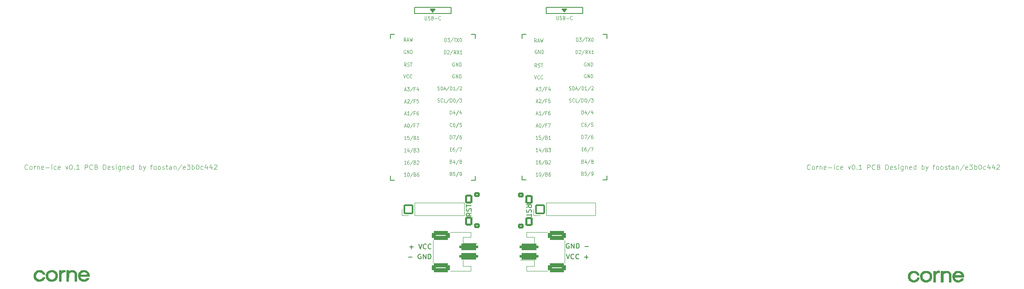
<source format=gto>
%TF.GenerationSoftware,KiCad,Pcbnew,(6.0.9-0)*%
%TF.CreationDate,2022-12-17T11:16:42-06:00*%
%TF.ProjectId,corne-ice,636f726e-652d-4696-9365-2e6b69636164,0.1*%
%TF.SameCoordinates,Original*%
%TF.FileFunction,Legend,Top*%
%TF.FilePolarity,Positive*%
%FSLAX46Y46*%
G04 Gerber Fmt 4.6, Leading zero omitted, Abs format (unit mm)*
G04 Created by KiCad (PCBNEW (6.0.9-0)) date 2022-12-17 11:16:42*
%MOMM*%
%LPD*%
G01*
G04 APERTURE LIST*
G04 Aperture macros list*
%AMRoundRect*
0 Rectangle with rounded corners*
0 $1 Rounding radius*
0 $2 $3 $4 $5 $6 $7 $8 $9 X,Y pos of 4 corners*
0 Add a 4 corners polygon primitive as box body*
4,1,4,$2,$3,$4,$5,$6,$7,$8,$9,$2,$3,0*
0 Add four circle primitives for the rounded corners*
1,1,$1+$1,$2,$3*
1,1,$1+$1,$4,$5*
1,1,$1+$1,$6,$7*
1,1,$1+$1,$8,$9*
0 Add four rect primitives between the rounded corners*
20,1,$1+$1,$2,$3,$4,$5,0*
20,1,$1+$1,$4,$5,$6,$7,0*
20,1,$1+$1,$6,$7,$8,$9,0*
20,1,$1+$1,$8,$9,$2,$3,0*%
G04 Aperture macros list end*
%ADD10C,0.150000*%
%ADD11C,0.125000*%
%ADD12C,0.120000*%
%ADD13C,0.010000*%
%ADD14RoundRect,0.200000X0.850000X-0.850000X0.850000X0.850000X-0.850000X0.850000X-0.850000X-0.850000X0*%
%ADD15O,2.100000X2.100000*%
%ADD16C,4.500000*%
%ADD17C,2.300000*%
%ADD18C,3.400000*%
%ADD19C,4.700000*%
%ADD20C,2.600000*%
%ADD21C,0.700000*%
%ADD22RoundRect,0.200000X0.400000X-0.300000X0.400000X0.300000X-0.400000X0.300000X-0.400000X-0.300000X0*%
%ADD23RoundRect,0.200000X0.525000X-0.725000X0.525000X0.725000X-0.525000X0.725000X-0.525000X-0.725000X0*%
%ADD24RoundRect,0.450000X1.500000X-0.250000X1.500000X0.250000X-1.500000X0.250000X-1.500000X-0.250000X0*%
%ADD25RoundRect,0.450001X1.449999X-0.499999X1.449999X0.499999X-1.449999X0.499999X-1.449999X-0.499999X0*%
%ADD26RoundRect,0.200000X-0.400000X0.300000X-0.400000X-0.300000X0.400000X-0.300000X0.400000X0.300000X0*%
%ADD27RoundRect,0.200000X-0.525000X0.725000X-0.525000X-0.725000X0.525000X-0.725000X0.525000X0.725000X0*%
%ADD28RoundRect,0.450000X-1.500000X0.250000X-1.500000X-0.250000X1.500000X-0.250000X1.500000X0.250000X0*%
%ADD29RoundRect,0.450001X-1.449999X0.499999X-1.449999X-0.499999X1.449999X-0.499999X1.449999X0.499999X0*%
%ADD30C,1.300000*%
G04 APERTURE END LIST*
D10*
X162945595Y-74180000D02*
X162850357Y-74132380D01*
X162707500Y-74132380D01*
X162564642Y-74180000D01*
X162469404Y-74275238D01*
X162421785Y-74370476D01*
X162374166Y-74560952D01*
X162374166Y-74703809D01*
X162421785Y-74894285D01*
X162469404Y-74989523D01*
X162564642Y-75084761D01*
X162707500Y-75132380D01*
X162802738Y-75132380D01*
X162945595Y-75084761D01*
X162993214Y-75037142D01*
X162993214Y-74703809D01*
X162802738Y-74703809D01*
X163421785Y-75132380D02*
X163421785Y-74132380D01*
X163993214Y-75132380D01*
X163993214Y-74132380D01*
X164469404Y-75132380D02*
X164469404Y-74132380D01*
X164707500Y-74132380D01*
X164850357Y-74180000D01*
X164945595Y-74275238D01*
X164993214Y-74370476D01*
X165040833Y-74560952D01*
X165040833Y-74703809D01*
X164993214Y-74894285D01*
X164945595Y-74989523D01*
X164850357Y-75084761D01*
X164707500Y-75132380D01*
X164469404Y-75132380D01*
X166231309Y-74751428D02*
X166993214Y-74751428D01*
X129821785Y-76951428D02*
X130583690Y-76951428D01*
X132345595Y-76380000D02*
X132250357Y-76332380D01*
X132107500Y-76332380D01*
X131964642Y-76380000D01*
X131869404Y-76475238D01*
X131821785Y-76570476D01*
X131774166Y-76760952D01*
X131774166Y-76903809D01*
X131821785Y-77094285D01*
X131869404Y-77189523D01*
X131964642Y-77284761D01*
X132107500Y-77332380D01*
X132202738Y-77332380D01*
X132345595Y-77284761D01*
X132393214Y-77237142D01*
X132393214Y-76903809D01*
X132202738Y-76903809D01*
X132821785Y-77332380D02*
X132821785Y-76332380D01*
X133393214Y-77332380D01*
X133393214Y-76332380D01*
X133869404Y-77332380D02*
X133869404Y-76332380D01*
X134107500Y-76332380D01*
X134250357Y-76380000D01*
X134345595Y-76475238D01*
X134393214Y-76570476D01*
X134440833Y-76760952D01*
X134440833Y-76903809D01*
X134393214Y-77094285D01*
X134345595Y-77189523D01*
X134250357Y-77284761D01*
X134107500Y-77332380D01*
X133869404Y-77332380D01*
X162374166Y-76332380D02*
X162707500Y-77332380D01*
X163040833Y-76332380D01*
X163945595Y-77237142D02*
X163897976Y-77284761D01*
X163755119Y-77332380D01*
X163659880Y-77332380D01*
X163517023Y-77284761D01*
X163421785Y-77189523D01*
X163374166Y-77094285D01*
X163326547Y-76903809D01*
X163326547Y-76760952D01*
X163374166Y-76570476D01*
X163421785Y-76475238D01*
X163517023Y-76380000D01*
X163659880Y-76332380D01*
X163755119Y-76332380D01*
X163897976Y-76380000D01*
X163945595Y-76427619D01*
X164945595Y-77237142D02*
X164897976Y-77284761D01*
X164755119Y-77332380D01*
X164659880Y-77332380D01*
X164517023Y-77284761D01*
X164421785Y-77189523D01*
X164374166Y-77094285D01*
X164326547Y-76903809D01*
X164326547Y-76760952D01*
X164374166Y-76570476D01*
X164421785Y-76475238D01*
X164517023Y-76380000D01*
X164659880Y-76332380D01*
X164755119Y-76332380D01*
X164897976Y-76380000D01*
X164945595Y-76427619D01*
X166136071Y-76951428D02*
X166897976Y-76951428D01*
X166517023Y-77332380D02*
X166517023Y-76570476D01*
X130017023Y-74851428D02*
X130778928Y-74851428D01*
X130397976Y-75232380D02*
X130397976Y-74470476D01*
X131874166Y-74232380D02*
X132207500Y-75232380D01*
X132540833Y-74232380D01*
X133445595Y-75137142D02*
X133397976Y-75184761D01*
X133255119Y-75232380D01*
X133159880Y-75232380D01*
X133017023Y-75184761D01*
X132921785Y-75089523D01*
X132874166Y-74994285D01*
X132826547Y-74803809D01*
X132826547Y-74660952D01*
X132874166Y-74470476D01*
X132921785Y-74375238D01*
X133017023Y-74280000D01*
X133159880Y-74232380D01*
X133255119Y-74232380D01*
X133397976Y-74280000D01*
X133445595Y-74327619D01*
X134445595Y-75137142D02*
X134397976Y-75184761D01*
X134255119Y-75232380D01*
X134159880Y-75232380D01*
X134017023Y-75184761D01*
X133921785Y-75089523D01*
X133874166Y-74994285D01*
X133826547Y-74803809D01*
X133826547Y-74660952D01*
X133874166Y-74470476D01*
X133921785Y-74375238D01*
X134017023Y-74280000D01*
X134159880Y-74232380D01*
X134255119Y-74232380D01*
X134397976Y-74280000D01*
X134445595Y-74327619D01*
D11*
X51173273Y-58687142D02*
X51125654Y-58734761D01*
X50982797Y-58782380D01*
X50887559Y-58782380D01*
X50744702Y-58734761D01*
X50649464Y-58639523D01*
X50601845Y-58544285D01*
X50554226Y-58353809D01*
X50554226Y-58210952D01*
X50601845Y-58020476D01*
X50649464Y-57925238D01*
X50744702Y-57830000D01*
X50887559Y-57782380D01*
X50982797Y-57782380D01*
X51125654Y-57830000D01*
X51173273Y-57877619D01*
X51744702Y-58782380D02*
X51649464Y-58734761D01*
X51601845Y-58687142D01*
X51554226Y-58591904D01*
X51554226Y-58306190D01*
X51601845Y-58210952D01*
X51649464Y-58163333D01*
X51744702Y-58115714D01*
X51887559Y-58115714D01*
X51982797Y-58163333D01*
X52030416Y-58210952D01*
X52078035Y-58306190D01*
X52078035Y-58591904D01*
X52030416Y-58687142D01*
X51982797Y-58734761D01*
X51887559Y-58782380D01*
X51744702Y-58782380D01*
X52506607Y-58782380D02*
X52506607Y-58115714D01*
X52506607Y-58306190D02*
X52554226Y-58210952D01*
X52601845Y-58163333D01*
X52697083Y-58115714D01*
X52792321Y-58115714D01*
X53125654Y-58115714D02*
X53125654Y-58782380D01*
X53125654Y-58210952D02*
X53173273Y-58163333D01*
X53268511Y-58115714D01*
X53411369Y-58115714D01*
X53506607Y-58163333D01*
X53554226Y-58258571D01*
X53554226Y-58782380D01*
X54411369Y-58734761D02*
X54316130Y-58782380D01*
X54125654Y-58782380D01*
X54030416Y-58734761D01*
X53982797Y-58639523D01*
X53982797Y-58258571D01*
X54030416Y-58163333D01*
X54125654Y-58115714D01*
X54316130Y-58115714D01*
X54411369Y-58163333D01*
X54458988Y-58258571D01*
X54458988Y-58353809D01*
X53982797Y-58449047D01*
X54887559Y-58401428D02*
X55649464Y-58401428D01*
X56125654Y-58782380D02*
X56125654Y-58115714D01*
X56125654Y-57782380D02*
X56078035Y-57830000D01*
X56125654Y-57877619D01*
X56173273Y-57830000D01*
X56125654Y-57782380D01*
X56125654Y-57877619D01*
X57030416Y-58734761D02*
X56935178Y-58782380D01*
X56744702Y-58782380D01*
X56649464Y-58734761D01*
X56601845Y-58687142D01*
X56554226Y-58591904D01*
X56554226Y-58306190D01*
X56601845Y-58210952D01*
X56649464Y-58163333D01*
X56744702Y-58115714D01*
X56935178Y-58115714D01*
X57030416Y-58163333D01*
X57839940Y-58734761D02*
X57744702Y-58782380D01*
X57554226Y-58782380D01*
X57458988Y-58734761D01*
X57411369Y-58639523D01*
X57411369Y-58258571D01*
X57458988Y-58163333D01*
X57554226Y-58115714D01*
X57744702Y-58115714D01*
X57839940Y-58163333D01*
X57887559Y-58258571D01*
X57887559Y-58353809D01*
X57411369Y-58449047D01*
X58982797Y-58115714D02*
X59220892Y-58782380D01*
X59458988Y-58115714D01*
X60030416Y-57782380D02*
X60125654Y-57782380D01*
X60220892Y-57830000D01*
X60268511Y-57877619D01*
X60316130Y-57972857D01*
X60363750Y-58163333D01*
X60363750Y-58401428D01*
X60316130Y-58591904D01*
X60268511Y-58687142D01*
X60220892Y-58734761D01*
X60125654Y-58782380D01*
X60030416Y-58782380D01*
X59935178Y-58734761D01*
X59887559Y-58687142D01*
X59839940Y-58591904D01*
X59792321Y-58401428D01*
X59792321Y-58163333D01*
X59839940Y-57972857D01*
X59887559Y-57877619D01*
X59935178Y-57830000D01*
X60030416Y-57782380D01*
X60792321Y-58687142D02*
X60839940Y-58734761D01*
X60792321Y-58782380D01*
X60744702Y-58734761D01*
X60792321Y-58687142D01*
X60792321Y-58782380D01*
X61792321Y-58782380D02*
X61220892Y-58782380D01*
X61506607Y-58782380D02*
X61506607Y-57782380D01*
X61411369Y-57925238D01*
X61316130Y-58020476D01*
X61220892Y-58068095D01*
X62982797Y-58782380D02*
X62982797Y-57782380D01*
X63363750Y-57782380D01*
X63458988Y-57830000D01*
X63506607Y-57877619D01*
X63554226Y-57972857D01*
X63554226Y-58115714D01*
X63506607Y-58210952D01*
X63458988Y-58258571D01*
X63363750Y-58306190D01*
X62982797Y-58306190D01*
X64554226Y-58687142D02*
X64506607Y-58734761D01*
X64363750Y-58782380D01*
X64268511Y-58782380D01*
X64125654Y-58734761D01*
X64030416Y-58639523D01*
X63982797Y-58544285D01*
X63935178Y-58353809D01*
X63935178Y-58210952D01*
X63982797Y-58020476D01*
X64030416Y-57925238D01*
X64125654Y-57830000D01*
X64268511Y-57782380D01*
X64363750Y-57782380D01*
X64506607Y-57830000D01*
X64554226Y-57877619D01*
X65316130Y-58258571D02*
X65458988Y-58306190D01*
X65506607Y-58353809D01*
X65554226Y-58449047D01*
X65554226Y-58591904D01*
X65506607Y-58687142D01*
X65458988Y-58734761D01*
X65363750Y-58782380D01*
X64982797Y-58782380D01*
X64982797Y-57782380D01*
X65316130Y-57782380D01*
X65411369Y-57830000D01*
X65458988Y-57877619D01*
X65506607Y-57972857D01*
X65506607Y-58068095D01*
X65458988Y-58163333D01*
X65411369Y-58210952D01*
X65316130Y-58258571D01*
X64982797Y-58258571D01*
X66744702Y-58782380D02*
X66744702Y-57782380D01*
X66982797Y-57782380D01*
X67125654Y-57830000D01*
X67220892Y-57925238D01*
X67268511Y-58020476D01*
X67316130Y-58210952D01*
X67316130Y-58353809D01*
X67268511Y-58544285D01*
X67220892Y-58639523D01*
X67125654Y-58734761D01*
X66982797Y-58782380D01*
X66744702Y-58782380D01*
X68125654Y-58734761D02*
X68030416Y-58782380D01*
X67839940Y-58782380D01*
X67744702Y-58734761D01*
X67697083Y-58639523D01*
X67697083Y-58258571D01*
X67744702Y-58163333D01*
X67839940Y-58115714D01*
X68030416Y-58115714D01*
X68125654Y-58163333D01*
X68173273Y-58258571D01*
X68173273Y-58353809D01*
X67697083Y-58449047D01*
X68554226Y-58734761D02*
X68649464Y-58782380D01*
X68839940Y-58782380D01*
X68935178Y-58734761D01*
X68982797Y-58639523D01*
X68982797Y-58591904D01*
X68935178Y-58496666D01*
X68839940Y-58449047D01*
X68697083Y-58449047D01*
X68601845Y-58401428D01*
X68554226Y-58306190D01*
X68554226Y-58258571D01*
X68601845Y-58163333D01*
X68697083Y-58115714D01*
X68839940Y-58115714D01*
X68935178Y-58163333D01*
X69411369Y-58782380D02*
X69411369Y-58115714D01*
X69411369Y-57782380D02*
X69363750Y-57830000D01*
X69411369Y-57877619D01*
X69458988Y-57830000D01*
X69411369Y-57782380D01*
X69411369Y-57877619D01*
X70316130Y-58115714D02*
X70316130Y-58925238D01*
X70268511Y-59020476D01*
X70220892Y-59068095D01*
X70125654Y-59115714D01*
X69982797Y-59115714D01*
X69887559Y-59068095D01*
X70316130Y-58734761D02*
X70220892Y-58782380D01*
X70030416Y-58782380D01*
X69935178Y-58734761D01*
X69887559Y-58687142D01*
X69839940Y-58591904D01*
X69839940Y-58306190D01*
X69887559Y-58210952D01*
X69935178Y-58163333D01*
X70030416Y-58115714D01*
X70220892Y-58115714D01*
X70316130Y-58163333D01*
X70792321Y-58115714D02*
X70792321Y-58782380D01*
X70792321Y-58210952D02*
X70839940Y-58163333D01*
X70935178Y-58115714D01*
X71078035Y-58115714D01*
X71173273Y-58163333D01*
X71220892Y-58258571D01*
X71220892Y-58782380D01*
X72078035Y-58734761D02*
X71982797Y-58782380D01*
X71792321Y-58782380D01*
X71697083Y-58734761D01*
X71649464Y-58639523D01*
X71649464Y-58258571D01*
X71697083Y-58163333D01*
X71792321Y-58115714D01*
X71982797Y-58115714D01*
X72078035Y-58163333D01*
X72125654Y-58258571D01*
X72125654Y-58353809D01*
X71649464Y-58449047D01*
X72982797Y-58782380D02*
X72982797Y-57782380D01*
X72982797Y-58734761D02*
X72887559Y-58782380D01*
X72697083Y-58782380D01*
X72601845Y-58734761D01*
X72554226Y-58687142D01*
X72506607Y-58591904D01*
X72506607Y-58306190D01*
X72554226Y-58210952D01*
X72601845Y-58163333D01*
X72697083Y-58115714D01*
X72887559Y-58115714D01*
X72982797Y-58163333D01*
X74220892Y-58782380D02*
X74220892Y-57782380D01*
X74220892Y-58163333D02*
X74316130Y-58115714D01*
X74506607Y-58115714D01*
X74601845Y-58163333D01*
X74649464Y-58210952D01*
X74697083Y-58306190D01*
X74697083Y-58591904D01*
X74649464Y-58687142D01*
X74601845Y-58734761D01*
X74506607Y-58782380D01*
X74316130Y-58782380D01*
X74220892Y-58734761D01*
X75030416Y-58115714D02*
X75268511Y-58782380D01*
X75506607Y-58115714D02*
X75268511Y-58782380D01*
X75173273Y-59020476D01*
X75125654Y-59068095D01*
X75030416Y-59115714D01*
X76506607Y-58115714D02*
X76887559Y-58115714D01*
X76649464Y-58782380D02*
X76649464Y-57925238D01*
X76697083Y-57830000D01*
X76792321Y-57782380D01*
X76887559Y-57782380D01*
X77363749Y-58782380D02*
X77268511Y-58734761D01*
X77220892Y-58687142D01*
X77173273Y-58591904D01*
X77173273Y-58306190D01*
X77220892Y-58210952D01*
X77268511Y-58163333D01*
X77363749Y-58115714D01*
X77506607Y-58115714D01*
X77601845Y-58163333D01*
X77649464Y-58210952D01*
X77697083Y-58306190D01*
X77697083Y-58591904D01*
X77649464Y-58687142D01*
X77601845Y-58734761D01*
X77506607Y-58782380D01*
X77363749Y-58782380D01*
X78268511Y-58782380D02*
X78173273Y-58734761D01*
X78125654Y-58687142D01*
X78078035Y-58591904D01*
X78078035Y-58306190D01*
X78125654Y-58210952D01*
X78173273Y-58163333D01*
X78268511Y-58115714D01*
X78411369Y-58115714D01*
X78506607Y-58163333D01*
X78554226Y-58210952D01*
X78601845Y-58306190D01*
X78601845Y-58591904D01*
X78554226Y-58687142D01*
X78506607Y-58734761D01*
X78411369Y-58782380D01*
X78268511Y-58782380D01*
X78982797Y-58734761D02*
X79078035Y-58782380D01*
X79268511Y-58782380D01*
X79363749Y-58734761D01*
X79411369Y-58639523D01*
X79411369Y-58591904D01*
X79363749Y-58496666D01*
X79268511Y-58449047D01*
X79125654Y-58449047D01*
X79030416Y-58401428D01*
X78982797Y-58306190D01*
X78982797Y-58258571D01*
X79030416Y-58163333D01*
X79125654Y-58115714D01*
X79268511Y-58115714D01*
X79363749Y-58163333D01*
X79697083Y-58115714D02*
X80078035Y-58115714D01*
X79839940Y-57782380D02*
X79839940Y-58639523D01*
X79887559Y-58734761D01*
X79982797Y-58782380D01*
X80078035Y-58782380D01*
X80839940Y-58782380D02*
X80839940Y-58258571D01*
X80792321Y-58163333D01*
X80697083Y-58115714D01*
X80506607Y-58115714D01*
X80411369Y-58163333D01*
X80839940Y-58734761D02*
X80744702Y-58782380D01*
X80506607Y-58782380D01*
X80411369Y-58734761D01*
X80363749Y-58639523D01*
X80363749Y-58544285D01*
X80411369Y-58449047D01*
X80506607Y-58401428D01*
X80744702Y-58401428D01*
X80839940Y-58353809D01*
X81316130Y-58115714D02*
X81316130Y-58782380D01*
X81316130Y-58210952D02*
X81363749Y-58163333D01*
X81458988Y-58115714D01*
X81601845Y-58115714D01*
X81697083Y-58163333D01*
X81744702Y-58258571D01*
X81744702Y-58782380D01*
X82935178Y-57734761D02*
X82078035Y-59020476D01*
X83649464Y-58734761D02*
X83554226Y-58782380D01*
X83363749Y-58782380D01*
X83268511Y-58734761D01*
X83220892Y-58639523D01*
X83220892Y-58258571D01*
X83268511Y-58163333D01*
X83363749Y-58115714D01*
X83554226Y-58115714D01*
X83649464Y-58163333D01*
X83697083Y-58258571D01*
X83697083Y-58353809D01*
X83220892Y-58449047D01*
X84030416Y-57782380D02*
X84649464Y-57782380D01*
X84316130Y-58163333D01*
X84458988Y-58163333D01*
X84554226Y-58210952D01*
X84601845Y-58258571D01*
X84649464Y-58353809D01*
X84649464Y-58591904D01*
X84601845Y-58687142D01*
X84554226Y-58734761D01*
X84458988Y-58782380D01*
X84173273Y-58782380D01*
X84078035Y-58734761D01*
X84030416Y-58687142D01*
X85078035Y-58782380D02*
X85078035Y-57782380D01*
X85078035Y-58163333D02*
X85173273Y-58115714D01*
X85363749Y-58115714D01*
X85458988Y-58163333D01*
X85506607Y-58210952D01*
X85554226Y-58306190D01*
X85554226Y-58591904D01*
X85506607Y-58687142D01*
X85458988Y-58734761D01*
X85363749Y-58782380D01*
X85173273Y-58782380D01*
X85078035Y-58734761D01*
X86173273Y-57782380D02*
X86268511Y-57782380D01*
X86363749Y-57830000D01*
X86411369Y-57877619D01*
X86458988Y-57972857D01*
X86506607Y-58163333D01*
X86506607Y-58401428D01*
X86458988Y-58591904D01*
X86411369Y-58687142D01*
X86363749Y-58734761D01*
X86268511Y-58782380D01*
X86173273Y-58782380D01*
X86078035Y-58734761D01*
X86030416Y-58687142D01*
X85982797Y-58591904D01*
X85935178Y-58401428D01*
X85935178Y-58163333D01*
X85982797Y-57972857D01*
X86030416Y-57877619D01*
X86078035Y-57830000D01*
X86173273Y-57782380D01*
X87363749Y-58734761D02*
X87268511Y-58782380D01*
X87078035Y-58782380D01*
X86982797Y-58734761D01*
X86935178Y-58687142D01*
X86887559Y-58591904D01*
X86887559Y-58306190D01*
X86935178Y-58210952D01*
X86982797Y-58163333D01*
X87078035Y-58115714D01*
X87268511Y-58115714D01*
X87363749Y-58163333D01*
X88220892Y-58115714D02*
X88220892Y-58782380D01*
X87982797Y-57734761D02*
X87744702Y-58449047D01*
X88363749Y-58449047D01*
X89173273Y-58115714D02*
X89173273Y-58782380D01*
X88935178Y-57734761D02*
X88697083Y-58449047D01*
X89316130Y-58449047D01*
X89649464Y-57877619D02*
X89697083Y-57830000D01*
X89792321Y-57782380D01*
X90030416Y-57782380D01*
X90125654Y-57830000D01*
X90173273Y-57877619D01*
X90220892Y-57972857D01*
X90220892Y-58068095D01*
X90173273Y-58210952D01*
X89601845Y-58782380D01*
X90220892Y-58782380D01*
X212723273Y-58687142D02*
X212675654Y-58734761D01*
X212532797Y-58782380D01*
X212437559Y-58782380D01*
X212294702Y-58734761D01*
X212199464Y-58639523D01*
X212151845Y-58544285D01*
X212104226Y-58353809D01*
X212104226Y-58210952D01*
X212151845Y-58020476D01*
X212199464Y-57925238D01*
X212294702Y-57830000D01*
X212437559Y-57782380D01*
X212532797Y-57782380D01*
X212675654Y-57830000D01*
X212723273Y-57877619D01*
X213294702Y-58782380D02*
X213199464Y-58734761D01*
X213151845Y-58687142D01*
X213104226Y-58591904D01*
X213104226Y-58306190D01*
X213151845Y-58210952D01*
X213199464Y-58163333D01*
X213294702Y-58115714D01*
X213437559Y-58115714D01*
X213532797Y-58163333D01*
X213580416Y-58210952D01*
X213628035Y-58306190D01*
X213628035Y-58591904D01*
X213580416Y-58687142D01*
X213532797Y-58734761D01*
X213437559Y-58782380D01*
X213294702Y-58782380D01*
X214056607Y-58782380D02*
X214056607Y-58115714D01*
X214056607Y-58306190D02*
X214104226Y-58210952D01*
X214151845Y-58163333D01*
X214247083Y-58115714D01*
X214342321Y-58115714D01*
X214675654Y-58115714D02*
X214675654Y-58782380D01*
X214675654Y-58210952D02*
X214723273Y-58163333D01*
X214818511Y-58115714D01*
X214961369Y-58115714D01*
X215056607Y-58163333D01*
X215104226Y-58258571D01*
X215104226Y-58782380D01*
X215961369Y-58734761D02*
X215866130Y-58782380D01*
X215675654Y-58782380D01*
X215580416Y-58734761D01*
X215532797Y-58639523D01*
X215532797Y-58258571D01*
X215580416Y-58163333D01*
X215675654Y-58115714D01*
X215866130Y-58115714D01*
X215961369Y-58163333D01*
X216008988Y-58258571D01*
X216008988Y-58353809D01*
X215532797Y-58449047D01*
X216437559Y-58401428D02*
X217199464Y-58401428D01*
X217675654Y-58782380D02*
X217675654Y-58115714D01*
X217675654Y-57782380D02*
X217628035Y-57830000D01*
X217675654Y-57877619D01*
X217723273Y-57830000D01*
X217675654Y-57782380D01*
X217675654Y-57877619D01*
X218580416Y-58734761D02*
X218485178Y-58782380D01*
X218294702Y-58782380D01*
X218199464Y-58734761D01*
X218151845Y-58687142D01*
X218104226Y-58591904D01*
X218104226Y-58306190D01*
X218151845Y-58210952D01*
X218199464Y-58163333D01*
X218294702Y-58115714D01*
X218485178Y-58115714D01*
X218580416Y-58163333D01*
X219389940Y-58734761D02*
X219294702Y-58782380D01*
X219104226Y-58782380D01*
X219008988Y-58734761D01*
X218961369Y-58639523D01*
X218961369Y-58258571D01*
X219008988Y-58163333D01*
X219104226Y-58115714D01*
X219294702Y-58115714D01*
X219389940Y-58163333D01*
X219437559Y-58258571D01*
X219437559Y-58353809D01*
X218961369Y-58449047D01*
X220532797Y-58115714D02*
X220770892Y-58782380D01*
X221008988Y-58115714D01*
X221580416Y-57782380D02*
X221675654Y-57782380D01*
X221770892Y-57830000D01*
X221818511Y-57877619D01*
X221866130Y-57972857D01*
X221913750Y-58163333D01*
X221913750Y-58401428D01*
X221866130Y-58591904D01*
X221818511Y-58687142D01*
X221770892Y-58734761D01*
X221675654Y-58782380D01*
X221580416Y-58782380D01*
X221485178Y-58734761D01*
X221437559Y-58687142D01*
X221389940Y-58591904D01*
X221342321Y-58401428D01*
X221342321Y-58163333D01*
X221389940Y-57972857D01*
X221437559Y-57877619D01*
X221485178Y-57830000D01*
X221580416Y-57782380D01*
X222342321Y-58687142D02*
X222389940Y-58734761D01*
X222342321Y-58782380D01*
X222294702Y-58734761D01*
X222342321Y-58687142D01*
X222342321Y-58782380D01*
X223342321Y-58782380D02*
X222770892Y-58782380D01*
X223056607Y-58782380D02*
X223056607Y-57782380D01*
X222961369Y-57925238D01*
X222866130Y-58020476D01*
X222770892Y-58068095D01*
X224532797Y-58782380D02*
X224532797Y-57782380D01*
X224913750Y-57782380D01*
X225008988Y-57830000D01*
X225056607Y-57877619D01*
X225104226Y-57972857D01*
X225104226Y-58115714D01*
X225056607Y-58210952D01*
X225008988Y-58258571D01*
X224913750Y-58306190D01*
X224532797Y-58306190D01*
X226104226Y-58687142D02*
X226056607Y-58734761D01*
X225913750Y-58782380D01*
X225818511Y-58782380D01*
X225675654Y-58734761D01*
X225580416Y-58639523D01*
X225532797Y-58544285D01*
X225485178Y-58353809D01*
X225485178Y-58210952D01*
X225532797Y-58020476D01*
X225580416Y-57925238D01*
X225675654Y-57830000D01*
X225818511Y-57782380D01*
X225913750Y-57782380D01*
X226056607Y-57830000D01*
X226104226Y-57877619D01*
X226866130Y-58258571D02*
X227008988Y-58306190D01*
X227056607Y-58353809D01*
X227104226Y-58449047D01*
X227104226Y-58591904D01*
X227056607Y-58687142D01*
X227008988Y-58734761D01*
X226913750Y-58782380D01*
X226532797Y-58782380D01*
X226532797Y-57782380D01*
X226866130Y-57782380D01*
X226961369Y-57830000D01*
X227008988Y-57877619D01*
X227056607Y-57972857D01*
X227056607Y-58068095D01*
X227008988Y-58163333D01*
X226961369Y-58210952D01*
X226866130Y-58258571D01*
X226532797Y-58258571D01*
X228294702Y-58782380D02*
X228294702Y-57782380D01*
X228532797Y-57782380D01*
X228675654Y-57830000D01*
X228770892Y-57925238D01*
X228818511Y-58020476D01*
X228866130Y-58210952D01*
X228866130Y-58353809D01*
X228818511Y-58544285D01*
X228770892Y-58639523D01*
X228675654Y-58734761D01*
X228532797Y-58782380D01*
X228294702Y-58782380D01*
X229675654Y-58734761D02*
X229580416Y-58782380D01*
X229389940Y-58782380D01*
X229294702Y-58734761D01*
X229247083Y-58639523D01*
X229247083Y-58258571D01*
X229294702Y-58163333D01*
X229389940Y-58115714D01*
X229580416Y-58115714D01*
X229675654Y-58163333D01*
X229723273Y-58258571D01*
X229723273Y-58353809D01*
X229247083Y-58449047D01*
X230104226Y-58734761D02*
X230199464Y-58782380D01*
X230389940Y-58782380D01*
X230485178Y-58734761D01*
X230532797Y-58639523D01*
X230532797Y-58591904D01*
X230485178Y-58496666D01*
X230389940Y-58449047D01*
X230247083Y-58449047D01*
X230151845Y-58401428D01*
X230104226Y-58306190D01*
X230104226Y-58258571D01*
X230151845Y-58163333D01*
X230247083Y-58115714D01*
X230389940Y-58115714D01*
X230485178Y-58163333D01*
X230961369Y-58782380D02*
X230961369Y-58115714D01*
X230961369Y-57782380D02*
X230913750Y-57830000D01*
X230961369Y-57877619D01*
X231008988Y-57830000D01*
X230961369Y-57782380D01*
X230961369Y-57877619D01*
X231866130Y-58115714D02*
X231866130Y-58925238D01*
X231818511Y-59020476D01*
X231770892Y-59068095D01*
X231675654Y-59115714D01*
X231532797Y-59115714D01*
X231437559Y-59068095D01*
X231866130Y-58734761D02*
X231770892Y-58782380D01*
X231580416Y-58782380D01*
X231485178Y-58734761D01*
X231437559Y-58687142D01*
X231389940Y-58591904D01*
X231389940Y-58306190D01*
X231437559Y-58210952D01*
X231485178Y-58163333D01*
X231580416Y-58115714D01*
X231770892Y-58115714D01*
X231866130Y-58163333D01*
X232342321Y-58115714D02*
X232342321Y-58782380D01*
X232342321Y-58210952D02*
X232389940Y-58163333D01*
X232485178Y-58115714D01*
X232628035Y-58115714D01*
X232723273Y-58163333D01*
X232770892Y-58258571D01*
X232770892Y-58782380D01*
X233628035Y-58734761D02*
X233532797Y-58782380D01*
X233342321Y-58782380D01*
X233247083Y-58734761D01*
X233199464Y-58639523D01*
X233199464Y-58258571D01*
X233247083Y-58163333D01*
X233342321Y-58115714D01*
X233532797Y-58115714D01*
X233628035Y-58163333D01*
X233675654Y-58258571D01*
X233675654Y-58353809D01*
X233199464Y-58449047D01*
X234532797Y-58782380D02*
X234532797Y-57782380D01*
X234532797Y-58734761D02*
X234437559Y-58782380D01*
X234247083Y-58782380D01*
X234151845Y-58734761D01*
X234104226Y-58687142D01*
X234056607Y-58591904D01*
X234056607Y-58306190D01*
X234104226Y-58210952D01*
X234151845Y-58163333D01*
X234247083Y-58115714D01*
X234437559Y-58115714D01*
X234532797Y-58163333D01*
X235770892Y-58782380D02*
X235770892Y-57782380D01*
X235770892Y-58163333D02*
X235866130Y-58115714D01*
X236056607Y-58115714D01*
X236151845Y-58163333D01*
X236199464Y-58210952D01*
X236247083Y-58306190D01*
X236247083Y-58591904D01*
X236199464Y-58687142D01*
X236151845Y-58734761D01*
X236056607Y-58782380D01*
X235866130Y-58782380D01*
X235770892Y-58734761D01*
X236580416Y-58115714D02*
X236818511Y-58782380D01*
X237056607Y-58115714D02*
X236818511Y-58782380D01*
X236723273Y-59020476D01*
X236675654Y-59068095D01*
X236580416Y-59115714D01*
X238056607Y-58115714D02*
X238437559Y-58115714D01*
X238199464Y-58782380D02*
X238199464Y-57925238D01*
X238247083Y-57830000D01*
X238342321Y-57782380D01*
X238437559Y-57782380D01*
X238913750Y-58782380D02*
X238818511Y-58734761D01*
X238770892Y-58687142D01*
X238723273Y-58591904D01*
X238723273Y-58306190D01*
X238770892Y-58210952D01*
X238818511Y-58163333D01*
X238913750Y-58115714D01*
X239056607Y-58115714D01*
X239151845Y-58163333D01*
X239199464Y-58210952D01*
X239247083Y-58306190D01*
X239247083Y-58591904D01*
X239199464Y-58687142D01*
X239151845Y-58734761D01*
X239056607Y-58782380D01*
X238913750Y-58782380D01*
X239818511Y-58782380D02*
X239723273Y-58734761D01*
X239675654Y-58687142D01*
X239628035Y-58591904D01*
X239628035Y-58306190D01*
X239675654Y-58210952D01*
X239723273Y-58163333D01*
X239818511Y-58115714D01*
X239961369Y-58115714D01*
X240056607Y-58163333D01*
X240104226Y-58210952D01*
X240151845Y-58306190D01*
X240151845Y-58591904D01*
X240104226Y-58687142D01*
X240056607Y-58734761D01*
X239961369Y-58782380D01*
X239818511Y-58782380D01*
X240532797Y-58734761D02*
X240628035Y-58782380D01*
X240818511Y-58782380D01*
X240913750Y-58734761D01*
X240961369Y-58639523D01*
X240961369Y-58591904D01*
X240913750Y-58496666D01*
X240818511Y-58449047D01*
X240675654Y-58449047D01*
X240580416Y-58401428D01*
X240532797Y-58306190D01*
X240532797Y-58258571D01*
X240580416Y-58163333D01*
X240675654Y-58115714D01*
X240818511Y-58115714D01*
X240913750Y-58163333D01*
X241247083Y-58115714D02*
X241628035Y-58115714D01*
X241389940Y-57782380D02*
X241389940Y-58639523D01*
X241437559Y-58734761D01*
X241532797Y-58782380D01*
X241628035Y-58782380D01*
X242389940Y-58782380D02*
X242389940Y-58258571D01*
X242342321Y-58163333D01*
X242247083Y-58115714D01*
X242056607Y-58115714D01*
X241961369Y-58163333D01*
X242389940Y-58734761D02*
X242294702Y-58782380D01*
X242056607Y-58782380D01*
X241961369Y-58734761D01*
X241913750Y-58639523D01*
X241913750Y-58544285D01*
X241961369Y-58449047D01*
X242056607Y-58401428D01*
X242294702Y-58401428D01*
X242389940Y-58353809D01*
X242866130Y-58115714D02*
X242866130Y-58782380D01*
X242866130Y-58210952D02*
X242913750Y-58163333D01*
X243008988Y-58115714D01*
X243151845Y-58115714D01*
X243247083Y-58163333D01*
X243294702Y-58258571D01*
X243294702Y-58782380D01*
X244485178Y-57734761D02*
X243628035Y-59020476D01*
X245199464Y-58734761D02*
X245104226Y-58782380D01*
X244913749Y-58782380D01*
X244818511Y-58734761D01*
X244770892Y-58639523D01*
X244770892Y-58258571D01*
X244818511Y-58163333D01*
X244913749Y-58115714D01*
X245104226Y-58115714D01*
X245199464Y-58163333D01*
X245247083Y-58258571D01*
X245247083Y-58353809D01*
X244770892Y-58449047D01*
X245580416Y-57782380D02*
X246199464Y-57782380D01*
X245866130Y-58163333D01*
X246008988Y-58163333D01*
X246104226Y-58210952D01*
X246151845Y-58258571D01*
X246199464Y-58353809D01*
X246199464Y-58591904D01*
X246151845Y-58687142D01*
X246104226Y-58734761D01*
X246008988Y-58782380D01*
X245723273Y-58782380D01*
X245628035Y-58734761D01*
X245580416Y-58687142D01*
X246628035Y-58782380D02*
X246628035Y-57782380D01*
X246628035Y-58163333D02*
X246723273Y-58115714D01*
X246913750Y-58115714D01*
X247008988Y-58163333D01*
X247056607Y-58210952D01*
X247104226Y-58306190D01*
X247104226Y-58591904D01*
X247056607Y-58687142D01*
X247008988Y-58734761D01*
X246913750Y-58782380D01*
X246723273Y-58782380D01*
X246628035Y-58734761D01*
X247723273Y-57782380D02*
X247818511Y-57782380D01*
X247913750Y-57830000D01*
X247961369Y-57877619D01*
X248008988Y-57972857D01*
X248056607Y-58163333D01*
X248056607Y-58401428D01*
X248008988Y-58591904D01*
X247961369Y-58687142D01*
X247913750Y-58734761D01*
X247818511Y-58782380D01*
X247723273Y-58782380D01*
X247628035Y-58734761D01*
X247580416Y-58687142D01*
X247532797Y-58591904D01*
X247485178Y-58401428D01*
X247485178Y-58163333D01*
X247532797Y-57972857D01*
X247580416Y-57877619D01*
X247628035Y-57830000D01*
X247723273Y-57782380D01*
X248913750Y-58734761D02*
X248818511Y-58782380D01*
X248628035Y-58782380D01*
X248532797Y-58734761D01*
X248485178Y-58687142D01*
X248437559Y-58591904D01*
X248437559Y-58306190D01*
X248485178Y-58210952D01*
X248532797Y-58163333D01*
X248628035Y-58115714D01*
X248818511Y-58115714D01*
X248913750Y-58163333D01*
X249770892Y-58115714D02*
X249770892Y-58782380D01*
X249532797Y-57734761D02*
X249294702Y-58449047D01*
X249913750Y-58449047D01*
X250723273Y-58115714D02*
X250723273Y-58782380D01*
X250485178Y-57734761D02*
X250247083Y-58449047D01*
X250866130Y-58449047D01*
X251199464Y-57877619D02*
X251247083Y-57830000D01*
X251342321Y-57782380D01*
X251580416Y-57782380D01*
X251675654Y-57830000D01*
X251723273Y-57877619D01*
X251770892Y-57972857D01*
X251770892Y-58068095D01*
X251723273Y-58210952D01*
X251151845Y-58782380D01*
X251770892Y-58782380D01*
X138735833Y-49837857D02*
X138703928Y-49873571D01*
X138608214Y-49909285D01*
X138544404Y-49909285D01*
X138448690Y-49873571D01*
X138384880Y-49802142D01*
X138352976Y-49730714D01*
X138321071Y-49587857D01*
X138321071Y-49480714D01*
X138352976Y-49337857D01*
X138384880Y-49266428D01*
X138448690Y-49195000D01*
X138544404Y-49159285D01*
X138608214Y-49159285D01*
X138703928Y-49195000D01*
X138735833Y-49230714D01*
X139310119Y-49159285D02*
X139182500Y-49159285D01*
X139118690Y-49195000D01*
X139086785Y-49230714D01*
X139022976Y-49337857D01*
X138991071Y-49480714D01*
X138991071Y-49766428D01*
X139022976Y-49837857D01*
X139054880Y-49873571D01*
X139118690Y-49909285D01*
X139246309Y-49909285D01*
X139310119Y-49873571D01*
X139342023Y-49837857D01*
X139373928Y-49766428D01*
X139373928Y-49587857D01*
X139342023Y-49516428D01*
X139310119Y-49480714D01*
X139246309Y-49445000D01*
X139118690Y-49445000D01*
X139054880Y-49480714D01*
X139022976Y-49516428D01*
X138991071Y-49587857D01*
X140139642Y-49123571D02*
X139565357Y-50087857D01*
X140682023Y-49159285D02*
X140362976Y-49159285D01*
X140331071Y-49516428D01*
X140362976Y-49480714D01*
X140426785Y-49445000D01*
X140586309Y-49445000D01*
X140650119Y-49480714D01*
X140682023Y-49516428D01*
X140713928Y-49587857D01*
X140713928Y-49766428D01*
X140682023Y-49837857D01*
X140650119Y-49873571D01*
X140586309Y-49909285D01*
X140426785Y-49909285D01*
X140362976Y-49873571D01*
X140331071Y-49837857D01*
X139257023Y-39145000D02*
X139193214Y-39109285D01*
X139097500Y-39109285D01*
X139001785Y-39145000D01*
X138937976Y-39216428D01*
X138906071Y-39287857D01*
X138874166Y-39430714D01*
X138874166Y-39537857D01*
X138906071Y-39680714D01*
X138937976Y-39752142D01*
X139001785Y-39823571D01*
X139097500Y-39859285D01*
X139161309Y-39859285D01*
X139257023Y-39823571D01*
X139288928Y-39787857D01*
X139288928Y-39537857D01*
X139161309Y-39537857D01*
X139576071Y-39859285D02*
X139576071Y-39109285D01*
X139958928Y-39859285D01*
X139958928Y-39109285D01*
X140277976Y-39859285D02*
X140277976Y-39109285D01*
X140437500Y-39109285D01*
X140533214Y-39145000D01*
X140597023Y-39216428D01*
X140628928Y-39287857D01*
X140660833Y-39430714D01*
X140660833Y-39537857D01*
X140628928Y-39680714D01*
X140597023Y-39752142D01*
X140533214Y-39823571D01*
X140437500Y-39859285D01*
X140277976Y-39859285D01*
X135794880Y-44823571D02*
X135890595Y-44859285D01*
X136050119Y-44859285D01*
X136113928Y-44823571D01*
X136145833Y-44787857D01*
X136177738Y-44716428D01*
X136177738Y-44645000D01*
X136145833Y-44573571D01*
X136113928Y-44537857D01*
X136050119Y-44502142D01*
X135922500Y-44466428D01*
X135858690Y-44430714D01*
X135826785Y-44395000D01*
X135794880Y-44323571D01*
X135794880Y-44252142D01*
X135826785Y-44180714D01*
X135858690Y-44145000D01*
X135922500Y-44109285D01*
X136082023Y-44109285D01*
X136177738Y-44145000D01*
X136847738Y-44787857D02*
X136815833Y-44823571D01*
X136720119Y-44859285D01*
X136656309Y-44859285D01*
X136560595Y-44823571D01*
X136496785Y-44752142D01*
X136464880Y-44680714D01*
X136432976Y-44537857D01*
X136432976Y-44430714D01*
X136464880Y-44287857D01*
X136496785Y-44216428D01*
X136560595Y-44145000D01*
X136656309Y-44109285D01*
X136720119Y-44109285D01*
X136815833Y-44145000D01*
X136847738Y-44180714D01*
X137453928Y-44859285D02*
X137134880Y-44859285D01*
X137134880Y-44109285D01*
X138155833Y-44073571D02*
X137581547Y-45037857D01*
X138379166Y-44859285D02*
X138379166Y-44109285D01*
X138538690Y-44109285D01*
X138634404Y-44145000D01*
X138698214Y-44216428D01*
X138730119Y-44287857D01*
X138762023Y-44430714D01*
X138762023Y-44537857D01*
X138730119Y-44680714D01*
X138698214Y-44752142D01*
X138634404Y-44823571D01*
X138538690Y-44859285D01*
X138379166Y-44859285D01*
X139176785Y-44109285D02*
X139240595Y-44109285D01*
X139304404Y-44145000D01*
X139336309Y-44180714D01*
X139368214Y-44252142D01*
X139400119Y-44395000D01*
X139400119Y-44573571D01*
X139368214Y-44716428D01*
X139336309Y-44787857D01*
X139304404Y-44823571D01*
X139240595Y-44859285D01*
X139176785Y-44859285D01*
X139112976Y-44823571D01*
X139081071Y-44787857D01*
X139049166Y-44716428D01*
X139017261Y-44573571D01*
X139017261Y-44395000D01*
X139049166Y-44252142D01*
X139081071Y-44180714D01*
X139112976Y-44145000D01*
X139176785Y-44109285D01*
X140165833Y-44073571D02*
X139591547Y-45037857D01*
X140325357Y-44109285D02*
X140740119Y-44109285D01*
X140516785Y-44395000D01*
X140612500Y-44395000D01*
X140676309Y-44430714D01*
X140708214Y-44466428D01*
X140740119Y-44537857D01*
X140740119Y-44716428D01*
X140708214Y-44787857D01*
X140676309Y-44823571D01*
X140612500Y-44859285D01*
X140421071Y-44859285D01*
X140357261Y-44823571D01*
X140325357Y-44787857D01*
X129187023Y-34105000D02*
X129123214Y-34069285D01*
X129027500Y-34069285D01*
X128931785Y-34105000D01*
X128867976Y-34176428D01*
X128836071Y-34247857D01*
X128804166Y-34390714D01*
X128804166Y-34497857D01*
X128836071Y-34640714D01*
X128867976Y-34712142D01*
X128931785Y-34783571D01*
X129027500Y-34819285D01*
X129091309Y-34819285D01*
X129187023Y-34783571D01*
X129218928Y-34747857D01*
X129218928Y-34497857D01*
X129091309Y-34497857D01*
X129506071Y-34819285D02*
X129506071Y-34069285D01*
X129888928Y-34819285D01*
X129888928Y-34069285D01*
X130207976Y-34819285D02*
X130207976Y-34069285D01*
X130367500Y-34069285D01*
X130463214Y-34105000D01*
X130527023Y-34176428D01*
X130558928Y-34247857D01*
X130590833Y-34390714D01*
X130590833Y-34497857D01*
X130558928Y-34640714D01*
X130527023Y-34712142D01*
X130463214Y-34783571D01*
X130367500Y-34819285D01*
X130207976Y-34819285D01*
X128981785Y-44795000D02*
X129300833Y-44795000D01*
X128917976Y-45009285D02*
X129141309Y-44259285D01*
X129364642Y-45009285D01*
X129556071Y-44330714D02*
X129587976Y-44295000D01*
X129651785Y-44259285D01*
X129811309Y-44259285D01*
X129875119Y-44295000D01*
X129907023Y-44330714D01*
X129938928Y-44402142D01*
X129938928Y-44473571D01*
X129907023Y-44580714D01*
X129524166Y-45009285D01*
X129938928Y-45009285D01*
X130704642Y-44223571D02*
X130130357Y-45187857D01*
X131151309Y-44616428D02*
X130927976Y-44616428D01*
X130927976Y-45009285D02*
X130927976Y-44259285D01*
X131247023Y-44259285D01*
X131821309Y-44259285D02*
X131502261Y-44259285D01*
X131470357Y-44616428D01*
X131502261Y-44580714D01*
X131566071Y-44545000D01*
X131725595Y-44545000D01*
X131789404Y-44580714D01*
X131821309Y-44616428D01*
X131853214Y-44687857D01*
X131853214Y-44866428D01*
X131821309Y-44937857D01*
X131789404Y-44973571D01*
X131725595Y-45009285D01*
X131566071Y-45009285D01*
X131502261Y-44973571D01*
X131470357Y-44937857D01*
X129214380Y-32281285D02*
X128991047Y-31924142D01*
X128831523Y-32281285D02*
X128831523Y-31531285D01*
X129086761Y-31531285D01*
X129150571Y-31567000D01*
X129182476Y-31602714D01*
X129214380Y-31674142D01*
X129214380Y-31781285D01*
X129182476Y-31852714D01*
X129150571Y-31888428D01*
X129086761Y-31924142D01*
X128831523Y-31924142D01*
X129469619Y-32067000D02*
X129788666Y-32067000D01*
X129405809Y-32281285D02*
X129629142Y-31531285D01*
X129852476Y-32281285D01*
X130012000Y-31531285D02*
X130171523Y-32281285D01*
X130299142Y-31745571D01*
X130426761Y-32281285D01*
X130586285Y-31531285D01*
X128744166Y-39094285D02*
X128967500Y-39844285D01*
X129190833Y-39094285D01*
X129797023Y-39772857D02*
X129765119Y-39808571D01*
X129669404Y-39844285D01*
X129605595Y-39844285D01*
X129509880Y-39808571D01*
X129446071Y-39737142D01*
X129414166Y-39665714D01*
X129382261Y-39522857D01*
X129382261Y-39415714D01*
X129414166Y-39272857D01*
X129446071Y-39201428D01*
X129509880Y-39130000D01*
X129605595Y-39094285D01*
X129669404Y-39094285D01*
X129765119Y-39130000D01*
X129797023Y-39165714D01*
X130467023Y-39772857D02*
X130435119Y-39808571D01*
X130339404Y-39844285D01*
X130275595Y-39844285D01*
X130179880Y-39808571D01*
X130116071Y-39737142D01*
X130084166Y-39665714D01*
X130052261Y-39522857D01*
X130052261Y-39415714D01*
X130084166Y-39272857D01*
X130116071Y-39201428D01*
X130179880Y-39130000D01*
X130275595Y-39094285D01*
X130339404Y-39094285D01*
X130435119Y-39130000D01*
X130467023Y-39165714D01*
X133167261Y-27059285D02*
X133167261Y-27666428D01*
X133199166Y-27737857D01*
X133231071Y-27773571D01*
X133294880Y-27809285D01*
X133422500Y-27809285D01*
X133486309Y-27773571D01*
X133518214Y-27737857D01*
X133550119Y-27666428D01*
X133550119Y-27059285D01*
X133837261Y-27773571D02*
X133932976Y-27809285D01*
X134092500Y-27809285D01*
X134156309Y-27773571D01*
X134188214Y-27737857D01*
X134220119Y-27666428D01*
X134220119Y-27595000D01*
X134188214Y-27523571D01*
X134156309Y-27487857D01*
X134092500Y-27452142D01*
X133964880Y-27416428D01*
X133901071Y-27380714D01*
X133869166Y-27345000D01*
X133837261Y-27273571D01*
X133837261Y-27202142D01*
X133869166Y-27130714D01*
X133901071Y-27095000D01*
X133964880Y-27059285D01*
X134124404Y-27059285D01*
X134220119Y-27095000D01*
X134730595Y-27416428D02*
X134826309Y-27452142D01*
X134858214Y-27487857D01*
X134890119Y-27559285D01*
X134890119Y-27666428D01*
X134858214Y-27737857D01*
X134826309Y-27773571D01*
X134762500Y-27809285D01*
X134507261Y-27809285D01*
X134507261Y-27059285D01*
X134730595Y-27059285D01*
X134794404Y-27095000D01*
X134826309Y-27130714D01*
X134858214Y-27202142D01*
X134858214Y-27273571D01*
X134826309Y-27345000D01*
X134794404Y-27380714D01*
X134730595Y-27416428D01*
X134507261Y-27416428D01*
X135177261Y-27523571D02*
X135687738Y-27523571D01*
X136389642Y-27737857D02*
X136357738Y-27773571D01*
X136262023Y-27809285D01*
X136198214Y-27809285D01*
X136102500Y-27773571D01*
X136038690Y-27702142D01*
X136006785Y-27630714D01*
X135974880Y-27487857D01*
X135974880Y-27380714D01*
X136006785Y-27237857D01*
X136038690Y-27166428D01*
X136102500Y-27095000D01*
X136198214Y-27059285D01*
X136262023Y-27059285D01*
X136357738Y-27095000D01*
X136389642Y-27130714D01*
X129284880Y-60209285D02*
X128902023Y-60209285D01*
X129093452Y-60209285D02*
X129093452Y-59459285D01*
X129029642Y-59566428D01*
X128965833Y-59637857D01*
X128902023Y-59673571D01*
X129699642Y-59459285D02*
X129763452Y-59459285D01*
X129827261Y-59495000D01*
X129859166Y-59530714D01*
X129891071Y-59602142D01*
X129922976Y-59745000D01*
X129922976Y-59923571D01*
X129891071Y-60066428D01*
X129859166Y-60137857D01*
X129827261Y-60173571D01*
X129763452Y-60209285D01*
X129699642Y-60209285D01*
X129635833Y-60173571D01*
X129603928Y-60137857D01*
X129572023Y-60066428D01*
X129540119Y-59923571D01*
X129540119Y-59745000D01*
X129572023Y-59602142D01*
X129603928Y-59530714D01*
X129635833Y-59495000D01*
X129699642Y-59459285D01*
X130688690Y-59423571D02*
X130114404Y-60387857D01*
X131135357Y-59816428D02*
X131231071Y-59852142D01*
X131262976Y-59887857D01*
X131294880Y-59959285D01*
X131294880Y-60066428D01*
X131262976Y-60137857D01*
X131231071Y-60173571D01*
X131167261Y-60209285D01*
X130912023Y-60209285D01*
X130912023Y-59459285D01*
X131135357Y-59459285D01*
X131199166Y-59495000D01*
X131231071Y-59530714D01*
X131262976Y-59602142D01*
X131262976Y-59673571D01*
X131231071Y-59745000D01*
X131199166Y-59780714D01*
X131135357Y-59816428D01*
X130912023Y-59816428D01*
X131869166Y-59459285D02*
X131741547Y-59459285D01*
X131677738Y-59495000D01*
X131645833Y-59530714D01*
X131582023Y-59637857D01*
X131550119Y-59780714D01*
X131550119Y-60066428D01*
X131582023Y-60137857D01*
X131613928Y-60173571D01*
X131677738Y-60209285D01*
X131805357Y-60209285D01*
X131869166Y-60173571D01*
X131901071Y-60137857D01*
X131932976Y-60066428D01*
X131932976Y-59887857D01*
X131901071Y-59816428D01*
X131869166Y-59780714D01*
X131805357Y-59745000D01*
X131677738Y-59745000D01*
X131613928Y-59780714D01*
X131582023Y-59816428D01*
X131550119Y-59887857D01*
X137228690Y-32309285D02*
X137228690Y-31559285D01*
X137388214Y-31559285D01*
X137483928Y-31595000D01*
X137547738Y-31666428D01*
X137579642Y-31737857D01*
X137611547Y-31880714D01*
X137611547Y-31987857D01*
X137579642Y-32130714D01*
X137547738Y-32202142D01*
X137483928Y-32273571D01*
X137388214Y-32309285D01*
X137228690Y-32309285D01*
X137834880Y-31559285D02*
X138249642Y-31559285D01*
X138026309Y-31845000D01*
X138122023Y-31845000D01*
X138185833Y-31880714D01*
X138217738Y-31916428D01*
X138249642Y-31987857D01*
X138249642Y-32166428D01*
X138217738Y-32237857D01*
X138185833Y-32273571D01*
X138122023Y-32309285D01*
X137930595Y-32309285D01*
X137866785Y-32273571D01*
X137834880Y-32237857D01*
X139015357Y-31523571D02*
X138441071Y-32487857D01*
X139142976Y-31559285D02*
X139525833Y-31559285D01*
X139334404Y-32309285D02*
X139334404Y-31559285D01*
X139685357Y-31559285D02*
X140132023Y-32309285D01*
X140132023Y-31559285D02*
X139685357Y-32309285D01*
X140514880Y-31559285D02*
X140578690Y-31559285D01*
X140642500Y-31595000D01*
X140674404Y-31630714D01*
X140706309Y-31702142D01*
X140738214Y-31845000D01*
X140738214Y-32023571D01*
X140706309Y-32166428D01*
X140674404Y-32237857D01*
X140642500Y-32273571D01*
X140578690Y-32309285D01*
X140514880Y-32309285D01*
X140451071Y-32273571D01*
X140419166Y-32237857D01*
X140387261Y-32166428D01*
X140355357Y-32023571D01*
X140355357Y-31845000D01*
X140387261Y-31702142D01*
X140419166Y-31630714D01*
X140451071Y-31595000D01*
X140514880Y-31559285D01*
X129284880Y-52609285D02*
X128902023Y-52609285D01*
X129093452Y-52609285D02*
X129093452Y-51859285D01*
X129029642Y-51966428D01*
X128965833Y-52037857D01*
X128902023Y-52073571D01*
X129891071Y-51859285D02*
X129572023Y-51859285D01*
X129540119Y-52216428D01*
X129572023Y-52180714D01*
X129635833Y-52145000D01*
X129795357Y-52145000D01*
X129859166Y-52180714D01*
X129891071Y-52216428D01*
X129922976Y-52287857D01*
X129922976Y-52466428D01*
X129891071Y-52537857D01*
X129859166Y-52573571D01*
X129795357Y-52609285D01*
X129635833Y-52609285D01*
X129572023Y-52573571D01*
X129540119Y-52537857D01*
X130688690Y-51823571D02*
X130114404Y-52787857D01*
X131135357Y-52216428D02*
X131231071Y-52252142D01*
X131262976Y-52287857D01*
X131294880Y-52359285D01*
X131294880Y-52466428D01*
X131262976Y-52537857D01*
X131231071Y-52573571D01*
X131167261Y-52609285D01*
X130912023Y-52609285D01*
X130912023Y-51859285D01*
X131135357Y-51859285D01*
X131199166Y-51895000D01*
X131231071Y-51930714D01*
X131262976Y-52002142D01*
X131262976Y-52073571D01*
X131231071Y-52145000D01*
X131199166Y-52180714D01*
X131135357Y-52216428D01*
X130912023Y-52216428D01*
X131932976Y-52609285D02*
X131550119Y-52609285D01*
X131741547Y-52609285D02*
X131741547Y-51859285D01*
X131677738Y-51966428D01*
X131613928Y-52037857D01*
X131550119Y-52073571D01*
X129284880Y-55159285D02*
X128902023Y-55159285D01*
X129093452Y-55159285D02*
X129093452Y-54409285D01*
X129029642Y-54516428D01*
X128965833Y-54587857D01*
X128902023Y-54623571D01*
X129859166Y-54659285D02*
X129859166Y-55159285D01*
X129699642Y-54373571D02*
X129540119Y-54909285D01*
X129954880Y-54909285D01*
X130688690Y-54373571D02*
X130114404Y-55337857D01*
X131135357Y-54766428D02*
X131231071Y-54802142D01*
X131262976Y-54837857D01*
X131294880Y-54909285D01*
X131294880Y-55016428D01*
X131262976Y-55087857D01*
X131231071Y-55123571D01*
X131167261Y-55159285D01*
X130912023Y-55159285D01*
X130912023Y-54409285D01*
X131135357Y-54409285D01*
X131199166Y-54445000D01*
X131231071Y-54480714D01*
X131262976Y-54552142D01*
X131262976Y-54623571D01*
X131231071Y-54695000D01*
X131199166Y-54730714D01*
X131135357Y-54766428D01*
X130912023Y-54766428D01*
X131518214Y-54409285D02*
X131932976Y-54409285D01*
X131709642Y-54695000D01*
X131805357Y-54695000D01*
X131869166Y-54730714D01*
X131901071Y-54766428D01*
X131932976Y-54837857D01*
X131932976Y-55016428D01*
X131901071Y-55087857D01*
X131869166Y-55123571D01*
X131805357Y-55159285D01*
X131613928Y-55159285D01*
X131550119Y-55123571D01*
X131518214Y-55087857D01*
X138384880Y-54616428D02*
X138608214Y-54616428D01*
X138703928Y-55009285D02*
X138384880Y-55009285D01*
X138384880Y-54259285D01*
X138703928Y-54259285D01*
X139278214Y-54259285D02*
X139150595Y-54259285D01*
X139086785Y-54295000D01*
X139054880Y-54330714D01*
X138991071Y-54437857D01*
X138959166Y-54580714D01*
X138959166Y-54866428D01*
X138991071Y-54937857D01*
X139022976Y-54973571D01*
X139086785Y-55009285D01*
X139214404Y-55009285D01*
X139278214Y-54973571D01*
X139310119Y-54937857D01*
X139342023Y-54866428D01*
X139342023Y-54687857D01*
X139310119Y-54616428D01*
X139278214Y-54580714D01*
X139214404Y-54545000D01*
X139086785Y-54545000D01*
X139022976Y-54580714D01*
X138991071Y-54616428D01*
X138959166Y-54687857D01*
X140107738Y-54223571D02*
X139533452Y-55187857D01*
X140267261Y-54259285D02*
X140713928Y-54259285D01*
X140426785Y-55009285D01*
X128981785Y-42295000D02*
X129300833Y-42295000D01*
X128917976Y-42509285D02*
X129141309Y-41759285D01*
X129364642Y-42509285D01*
X129524166Y-41759285D02*
X129938928Y-41759285D01*
X129715595Y-42045000D01*
X129811309Y-42045000D01*
X129875119Y-42080714D01*
X129907023Y-42116428D01*
X129938928Y-42187857D01*
X129938928Y-42366428D01*
X129907023Y-42437857D01*
X129875119Y-42473571D01*
X129811309Y-42509285D01*
X129619880Y-42509285D01*
X129556071Y-42473571D01*
X129524166Y-42437857D01*
X130704642Y-41723571D02*
X130130357Y-42687857D01*
X131151309Y-42116428D02*
X130927976Y-42116428D01*
X130927976Y-42509285D02*
X130927976Y-41759285D01*
X131247023Y-41759285D01*
X131789404Y-42009285D02*
X131789404Y-42509285D01*
X131629880Y-41723571D02*
X131470357Y-42259285D01*
X131885119Y-42259285D01*
X129284880Y-57709285D02*
X128902023Y-57709285D01*
X129093452Y-57709285D02*
X129093452Y-56959285D01*
X129029642Y-57066428D01*
X128965833Y-57137857D01*
X128902023Y-57173571D01*
X129859166Y-56959285D02*
X129731547Y-56959285D01*
X129667738Y-56995000D01*
X129635833Y-57030714D01*
X129572023Y-57137857D01*
X129540119Y-57280714D01*
X129540119Y-57566428D01*
X129572023Y-57637857D01*
X129603928Y-57673571D01*
X129667738Y-57709285D01*
X129795357Y-57709285D01*
X129859166Y-57673571D01*
X129891071Y-57637857D01*
X129922976Y-57566428D01*
X129922976Y-57387857D01*
X129891071Y-57316428D01*
X129859166Y-57280714D01*
X129795357Y-57245000D01*
X129667738Y-57245000D01*
X129603928Y-57280714D01*
X129572023Y-57316428D01*
X129540119Y-57387857D01*
X130688690Y-56923571D02*
X130114404Y-57887857D01*
X131135357Y-57316428D02*
X131231071Y-57352142D01*
X131262976Y-57387857D01*
X131294880Y-57459285D01*
X131294880Y-57566428D01*
X131262976Y-57637857D01*
X131231071Y-57673571D01*
X131167261Y-57709285D01*
X130912023Y-57709285D01*
X130912023Y-56959285D01*
X131135357Y-56959285D01*
X131199166Y-56995000D01*
X131231071Y-57030714D01*
X131262976Y-57102142D01*
X131262976Y-57173571D01*
X131231071Y-57245000D01*
X131199166Y-57280714D01*
X131135357Y-57316428D01*
X130912023Y-57316428D01*
X131550119Y-57030714D02*
X131582023Y-56995000D01*
X131645833Y-56959285D01*
X131805357Y-56959285D01*
X131869166Y-56995000D01*
X131901071Y-57030714D01*
X131932976Y-57102142D01*
X131932976Y-57173571D01*
X131901071Y-57280714D01*
X131518214Y-57709285D01*
X131932976Y-57709285D01*
X128981785Y-49845000D02*
X129300833Y-49845000D01*
X128917976Y-50059285D02*
X129141309Y-49309285D01*
X129364642Y-50059285D01*
X129715595Y-49309285D02*
X129779404Y-49309285D01*
X129843214Y-49345000D01*
X129875119Y-49380714D01*
X129907023Y-49452142D01*
X129938928Y-49595000D01*
X129938928Y-49773571D01*
X129907023Y-49916428D01*
X129875119Y-49987857D01*
X129843214Y-50023571D01*
X129779404Y-50059285D01*
X129715595Y-50059285D01*
X129651785Y-50023571D01*
X129619880Y-49987857D01*
X129587976Y-49916428D01*
X129556071Y-49773571D01*
X129556071Y-49595000D01*
X129587976Y-49452142D01*
X129619880Y-49380714D01*
X129651785Y-49345000D01*
X129715595Y-49309285D01*
X130704642Y-49273571D02*
X130130357Y-50237857D01*
X131151309Y-49666428D02*
X130927976Y-49666428D01*
X130927976Y-50059285D02*
X130927976Y-49309285D01*
X131247023Y-49309285D01*
X131438452Y-49309285D02*
X131885119Y-49309285D01*
X131597976Y-50059285D01*
X135778928Y-42323571D02*
X135874642Y-42359285D01*
X136034166Y-42359285D01*
X136097976Y-42323571D01*
X136129880Y-42287857D01*
X136161785Y-42216428D01*
X136161785Y-42145000D01*
X136129880Y-42073571D01*
X136097976Y-42037857D01*
X136034166Y-42002142D01*
X135906547Y-41966428D01*
X135842738Y-41930714D01*
X135810833Y-41895000D01*
X135778928Y-41823571D01*
X135778928Y-41752142D01*
X135810833Y-41680714D01*
X135842738Y-41645000D01*
X135906547Y-41609285D01*
X136066071Y-41609285D01*
X136161785Y-41645000D01*
X136448928Y-42359285D02*
X136448928Y-41609285D01*
X136608452Y-41609285D01*
X136704166Y-41645000D01*
X136767976Y-41716428D01*
X136799880Y-41787857D01*
X136831785Y-41930714D01*
X136831785Y-42037857D01*
X136799880Y-42180714D01*
X136767976Y-42252142D01*
X136704166Y-42323571D01*
X136608452Y-42359285D01*
X136448928Y-42359285D01*
X137087023Y-42145000D02*
X137406071Y-42145000D01*
X137023214Y-42359285D02*
X137246547Y-41609285D01*
X137469880Y-42359285D01*
X138171785Y-41573571D02*
X137597500Y-42537857D01*
X138395119Y-42359285D02*
X138395119Y-41609285D01*
X138554642Y-41609285D01*
X138650357Y-41645000D01*
X138714166Y-41716428D01*
X138746071Y-41787857D01*
X138777976Y-41930714D01*
X138777976Y-42037857D01*
X138746071Y-42180714D01*
X138714166Y-42252142D01*
X138650357Y-42323571D01*
X138554642Y-42359285D01*
X138395119Y-42359285D01*
X139416071Y-42359285D02*
X139033214Y-42359285D01*
X139224642Y-42359285D02*
X139224642Y-41609285D01*
X139160833Y-41716428D01*
X139097023Y-41787857D01*
X139033214Y-41823571D01*
X140181785Y-41573571D02*
X139607500Y-42537857D01*
X140373214Y-41680714D02*
X140405119Y-41645000D01*
X140468928Y-41609285D01*
X140628452Y-41609285D01*
X140692261Y-41645000D01*
X140724166Y-41680714D01*
X140756071Y-41752142D01*
X140756071Y-41823571D01*
X140724166Y-41930714D01*
X140341309Y-42359285D01*
X140756071Y-42359285D01*
X137148928Y-34859285D02*
X137148928Y-34109285D01*
X137308452Y-34109285D01*
X137404166Y-34145000D01*
X137467976Y-34216428D01*
X137499880Y-34287857D01*
X137531785Y-34430714D01*
X137531785Y-34537857D01*
X137499880Y-34680714D01*
X137467976Y-34752142D01*
X137404166Y-34823571D01*
X137308452Y-34859285D01*
X137148928Y-34859285D01*
X137787023Y-34180714D02*
X137818928Y-34145000D01*
X137882738Y-34109285D01*
X138042261Y-34109285D01*
X138106071Y-34145000D01*
X138137976Y-34180714D01*
X138169880Y-34252142D01*
X138169880Y-34323571D01*
X138137976Y-34430714D01*
X137755119Y-34859285D01*
X138169880Y-34859285D01*
X138935595Y-34073571D02*
X138361309Y-35037857D01*
X139541785Y-34859285D02*
X139318452Y-34502142D01*
X139158928Y-34859285D02*
X139158928Y-34109285D01*
X139414166Y-34109285D01*
X139477976Y-34145000D01*
X139509880Y-34180714D01*
X139541785Y-34252142D01*
X139541785Y-34359285D01*
X139509880Y-34430714D01*
X139477976Y-34466428D01*
X139414166Y-34502142D01*
X139158928Y-34502142D01*
X139765119Y-34109285D02*
X140211785Y-34859285D01*
X140211785Y-34109285D02*
X139765119Y-34859285D01*
X140817976Y-34859285D02*
X140435119Y-34859285D01*
X140626547Y-34859285D02*
X140626547Y-34109285D01*
X140562738Y-34216428D01*
X140498928Y-34287857D01*
X140435119Y-34323571D01*
X139257023Y-36695000D02*
X139193214Y-36659285D01*
X139097500Y-36659285D01*
X139001785Y-36695000D01*
X138937976Y-36766428D01*
X138906071Y-36837857D01*
X138874166Y-36980714D01*
X138874166Y-37087857D01*
X138906071Y-37230714D01*
X138937976Y-37302142D01*
X139001785Y-37373571D01*
X139097500Y-37409285D01*
X139161309Y-37409285D01*
X139257023Y-37373571D01*
X139288928Y-37337857D01*
X139288928Y-37087857D01*
X139161309Y-37087857D01*
X139576071Y-37409285D02*
X139576071Y-36659285D01*
X139958928Y-37409285D01*
X139958928Y-36659285D01*
X140277976Y-37409285D02*
X140277976Y-36659285D01*
X140437500Y-36659285D01*
X140533214Y-36695000D01*
X140597023Y-36766428D01*
X140628928Y-36837857D01*
X140660833Y-36980714D01*
X140660833Y-37087857D01*
X140628928Y-37230714D01*
X140597023Y-37302142D01*
X140533214Y-37373571D01*
X140437500Y-37409285D01*
X140277976Y-37409285D01*
X138352976Y-47359285D02*
X138352976Y-46609285D01*
X138512500Y-46609285D01*
X138608214Y-46645000D01*
X138672023Y-46716428D01*
X138703928Y-46787857D01*
X138735833Y-46930714D01*
X138735833Y-47037857D01*
X138703928Y-47180714D01*
X138672023Y-47252142D01*
X138608214Y-47323571D01*
X138512500Y-47359285D01*
X138352976Y-47359285D01*
X139310119Y-46859285D02*
X139310119Y-47359285D01*
X139150595Y-46573571D02*
X138991071Y-47109285D01*
X139405833Y-47109285D01*
X140139642Y-46573571D02*
X139565357Y-47537857D01*
X140650119Y-46859285D02*
X140650119Y-47359285D01*
X140490595Y-46573571D02*
X140331071Y-47109285D01*
X140745833Y-47109285D01*
X138576309Y-59666428D02*
X138672023Y-59702142D01*
X138703928Y-59737857D01*
X138735833Y-59809285D01*
X138735833Y-59916428D01*
X138703928Y-59987857D01*
X138672023Y-60023571D01*
X138608214Y-60059285D01*
X138352976Y-60059285D01*
X138352976Y-59309285D01*
X138576309Y-59309285D01*
X138640119Y-59345000D01*
X138672023Y-59380714D01*
X138703928Y-59452142D01*
X138703928Y-59523571D01*
X138672023Y-59595000D01*
X138640119Y-59630714D01*
X138576309Y-59666428D01*
X138352976Y-59666428D01*
X139342023Y-59309285D02*
X139022976Y-59309285D01*
X138991071Y-59666428D01*
X139022976Y-59630714D01*
X139086785Y-59595000D01*
X139246309Y-59595000D01*
X139310119Y-59630714D01*
X139342023Y-59666428D01*
X139373928Y-59737857D01*
X139373928Y-59916428D01*
X139342023Y-59987857D01*
X139310119Y-60023571D01*
X139246309Y-60059285D01*
X139086785Y-60059285D01*
X139022976Y-60023571D01*
X138991071Y-59987857D01*
X140139642Y-59273571D02*
X139565357Y-60237857D01*
X140394880Y-60059285D02*
X140522500Y-60059285D01*
X140586309Y-60023571D01*
X140618214Y-59987857D01*
X140682023Y-59880714D01*
X140713928Y-59737857D01*
X140713928Y-59452142D01*
X140682023Y-59380714D01*
X140650119Y-59345000D01*
X140586309Y-59309285D01*
X140458690Y-59309285D01*
X140394880Y-59345000D01*
X140362976Y-59380714D01*
X140331071Y-59452142D01*
X140331071Y-59630714D01*
X140362976Y-59702142D01*
X140394880Y-59737857D01*
X140458690Y-59773571D01*
X140586309Y-59773571D01*
X140650119Y-59737857D01*
X140682023Y-59702142D01*
X140713928Y-59630714D01*
X138352976Y-52459285D02*
X138352976Y-51709285D01*
X138512500Y-51709285D01*
X138608214Y-51745000D01*
X138672023Y-51816428D01*
X138703928Y-51887857D01*
X138735833Y-52030714D01*
X138735833Y-52137857D01*
X138703928Y-52280714D01*
X138672023Y-52352142D01*
X138608214Y-52423571D01*
X138512500Y-52459285D01*
X138352976Y-52459285D01*
X138959166Y-51709285D02*
X139405833Y-51709285D01*
X139118690Y-52459285D01*
X140139642Y-51673571D02*
X139565357Y-52637857D01*
X140650119Y-51709285D02*
X140522500Y-51709285D01*
X140458690Y-51745000D01*
X140426785Y-51780714D01*
X140362976Y-51887857D01*
X140331071Y-52030714D01*
X140331071Y-52316428D01*
X140362976Y-52387857D01*
X140394880Y-52423571D01*
X140458690Y-52459285D01*
X140586309Y-52459285D01*
X140650119Y-52423571D01*
X140682023Y-52387857D01*
X140713928Y-52316428D01*
X140713928Y-52137857D01*
X140682023Y-52066428D01*
X140650119Y-52030714D01*
X140586309Y-51995000D01*
X140458690Y-51995000D01*
X140394880Y-52030714D01*
X140362976Y-52066428D01*
X140331071Y-52137857D01*
X128981785Y-47295000D02*
X129300833Y-47295000D01*
X128917976Y-47509285D02*
X129141309Y-46759285D01*
X129364642Y-47509285D01*
X129938928Y-47509285D02*
X129556071Y-47509285D01*
X129747500Y-47509285D02*
X129747500Y-46759285D01*
X129683690Y-46866428D01*
X129619880Y-46937857D01*
X129556071Y-46973571D01*
X130704642Y-46723571D02*
X130130357Y-47687857D01*
X131151309Y-47116428D02*
X130927976Y-47116428D01*
X130927976Y-47509285D02*
X130927976Y-46759285D01*
X131247023Y-46759285D01*
X131789404Y-46759285D02*
X131661785Y-46759285D01*
X131597976Y-46795000D01*
X131566071Y-46830714D01*
X131502261Y-46937857D01*
X131470357Y-47080714D01*
X131470357Y-47366428D01*
X131502261Y-47437857D01*
X131534166Y-47473571D01*
X131597976Y-47509285D01*
X131725595Y-47509285D01*
X131789404Y-47473571D01*
X131821309Y-47437857D01*
X131853214Y-47366428D01*
X131853214Y-47187857D01*
X131821309Y-47116428D01*
X131789404Y-47080714D01*
X131725595Y-47045000D01*
X131597976Y-47045000D01*
X131534166Y-47080714D01*
X131502261Y-47116428D01*
X131470357Y-47187857D01*
X129310095Y-37424785D02*
X129086761Y-37067642D01*
X128927238Y-37424785D02*
X128927238Y-36674785D01*
X129182476Y-36674785D01*
X129246285Y-36710500D01*
X129278190Y-36746214D01*
X129310095Y-36817642D01*
X129310095Y-36924785D01*
X129278190Y-36996214D01*
X129246285Y-37031928D01*
X129182476Y-37067642D01*
X128927238Y-37067642D01*
X129565333Y-37389071D02*
X129661047Y-37424785D01*
X129820571Y-37424785D01*
X129884380Y-37389071D01*
X129916285Y-37353357D01*
X129948190Y-37281928D01*
X129948190Y-37210500D01*
X129916285Y-37139071D01*
X129884380Y-37103357D01*
X129820571Y-37067642D01*
X129692952Y-37031928D01*
X129629142Y-36996214D01*
X129597238Y-36960500D01*
X129565333Y-36889071D01*
X129565333Y-36817642D01*
X129597238Y-36746214D01*
X129629142Y-36710500D01*
X129692952Y-36674785D01*
X129852476Y-36674785D01*
X129948190Y-36710500D01*
X130139619Y-36674785D02*
X130522476Y-36674785D01*
X130331047Y-37424785D02*
X130331047Y-36674785D01*
X133167261Y-27059285D02*
X133167261Y-27666428D01*
X133199166Y-27737857D01*
X133231071Y-27773571D01*
X133294880Y-27809285D01*
X133422500Y-27809285D01*
X133486309Y-27773571D01*
X133518214Y-27737857D01*
X133550119Y-27666428D01*
X133550119Y-27059285D01*
X133837261Y-27773571D02*
X133932976Y-27809285D01*
X134092500Y-27809285D01*
X134156309Y-27773571D01*
X134188214Y-27737857D01*
X134220119Y-27666428D01*
X134220119Y-27595000D01*
X134188214Y-27523571D01*
X134156309Y-27487857D01*
X134092500Y-27452142D01*
X133964880Y-27416428D01*
X133901071Y-27380714D01*
X133869166Y-27345000D01*
X133837261Y-27273571D01*
X133837261Y-27202142D01*
X133869166Y-27130714D01*
X133901071Y-27095000D01*
X133964880Y-27059285D01*
X134124404Y-27059285D01*
X134220119Y-27095000D01*
X134730595Y-27416428D02*
X134826309Y-27452142D01*
X134858214Y-27487857D01*
X134890119Y-27559285D01*
X134890119Y-27666428D01*
X134858214Y-27737857D01*
X134826309Y-27773571D01*
X134762500Y-27809285D01*
X134507261Y-27809285D01*
X134507261Y-27059285D01*
X134730595Y-27059285D01*
X134794404Y-27095000D01*
X134826309Y-27130714D01*
X134858214Y-27202142D01*
X134858214Y-27273571D01*
X134826309Y-27345000D01*
X134794404Y-27380714D01*
X134730595Y-27416428D01*
X134507261Y-27416428D01*
X135177261Y-27523571D02*
X135687738Y-27523571D01*
X136389642Y-27737857D02*
X136357738Y-27773571D01*
X136262023Y-27809285D01*
X136198214Y-27809285D01*
X136102500Y-27773571D01*
X136038690Y-27702142D01*
X136006785Y-27630714D01*
X135974880Y-27487857D01*
X135974880Y-27380714D01*
X136006785Y-27237857D01*
X136038690Y-27166428D01*
X136102500Y-27095000D01*
X136198214Y-27059285D01*
X136262023Y-27059285D01*
X136357738Y-27095000D01*
X136389642Y-27130714D01*
X138576309Y-57166428D02*
X138672023Y-57202142D01*
X138703928Y-57237857D01*
X138735833Y-57309285D01*
X138735833Y-57416428D01*
X138703928Y-57487857D01*
X138672023Y-57523571D01*
X138608214Y-57559285D01*
X138352976Y-57559285D01*
X138352976Y-56809285D01*
X138576309Y-56809285D01*
X138640119Y-56845000D01*
X138672023Y-56880714D01*
X138703928Y-56952142D01*
X138703928Y-57023571D01*
X138672023Y-57095000D01*
X138640119Y-57130714D01*
X138576309Y-57166428D01*
X138352976Y-57166428D01*
X139310119Y-57059285D02*
X139310119Y-57559285D01*
X139150595Y-56773571D02*
X138991071Y-57309285D01*
X139405833Y-57309285D01*
X140139642Y-56773571D02*
X139565357Y-57737857D01*
X140458690Y-57130714D02*
X140394880Y-57095000D01*
X140362976Y-57059285D01*
X140331071Y-56987857D01*
X140331071Y-56952142D01*
X140362976Y-56880714D01*
X140394880Y-56845000D01*
X140458690Y-56809285D01*
X140586309Y-56809285D01*
X140650119Y-56845000D01*
X140682023Y-56880714D01*
X140713928Y-56952142D01*
X140713928Y-56987857D01*
X140682023Y-57059285D01*
X140650119Y-57095000D01*
X140586309Y-57130714D01*
X140458690Y-57130714D01*
X140394880Y-57166428D01*
X140362976Y-57202142D01*
X140331071Y-57273571D01*
X140331071Y-57416428D01*
X140362976Y-57487857D01*
X140394880Y-57523571D01*
X140458690Y-57559285D01*
X140586309Y-57559285D01*
X140650119Y-57523571D01*
X140682023Y-57487857D01*
X140713928Y-57416428D01*
X140713928Y-57273571D01*
X140682023Y-57202142D01*
X140650119Y-57166428D01*
X140586309Y-57130714D01*
X139257023Y-39145000D02*
X139193214Y-39109285D01*
X139097500Y-39109285D01*
X139001785Y-39145000D01*
X138937976Y-39216428D01*
X138906071Y-39287857D01*
X138874166Y-39430714D01*
X138874166Y-39537857D01*
X138906071Y-39680714D01*
X138937976Y-39752142D01*
X139001785Y-39823571D01*
X139097500Y-39859285D01*
X139161309Y-39859285D01*
X139257023Y-39823571D01*
X139288928Y-39787857D01*
X139288928Y-39537857D01*
X139161309Y-39537857D01*
X139576071Y-39859285D02*
X139576071Y-39109285D01*
X139958928Y-39859285D01*
X139958928Y-39109285D01*
X140277976Y-39859285D02*
X140277976Y-39109285D01*
X140437500Y-39109285D01*
X140533214Y-39145000D01*
X140597023Y-39216428D01*
X140628928Y-39287857D01*
X140660833Y-39430714D01*
X140660833Y-39537857D01*
X140628928Y-39680714D01*
X140597023Y-39752142D01*
X140533214Y-39823571D01*
X140437500Y-39859285D01*
X140277976Y-39859285D01*
X165527976Y-52429285D02*
X165527976Y-51679285D01*
X165687500Y-51679285D01*
X165783214Y-51715000D01*
X165847023Y-51786428D01*
X165878928Y-51857857D01*
X165910833Y-52000714D01*
X165910833Y-52107857D01*
X165878928Y-52250714D01*
X165847023Y-52322142D01*
X165783214Y-52393571D01*
X165687500Y-52429285D01*
X165527976Y-52429285D01*
X166134166Y-51679285D02*
X166580833Y-51679285D01*
X166293690Y-52429285D01*
X167314642Y-51643571D02*
X166740357Y-52607857D01*
X167825119Y-51679285D02*
X167697500Y-51679285D01*
X167633690Y-51715000D01*
X167601785Y-51750714D01*
X167537976Y-51857857D01*
X167506071Y-52000714D01*
X167506071Y-52286428D01*
X167537976Y-52357857D01*
X167569880Y-52393571D01*
X167633690Y-52429285D01*
X167761309Y-52429285D01*
X167825119Y-52393571D01*
X167857023Y-52357857D01*
X167888928Y-52286428D01*
X167888928Y-52107857D01*
X167857023Y-52036428D01*
X167825119Y-52000714D01*
X167761309Y-51965000D01*
X167633690Y-51965000D01*
X167569880Y-52000714D01*
X167537976Y-52036428D01*
X167506071Y-52107857D01*
X162953928Y-42293571D02*
X163049642Y-42329285D01*
X163209166Y-42329285D01*
X163272976Y-42293571D01*
X163304880Y-42257857D01*
X163336785Y-42186428D01*
X163336785Y-42115000D01*
X163304880Y-42043571D01*
X163272976Y-42007857D01*
X163209166Y-41972142D01*
X163081547Y-41936428D01*
X163017738Y-41900714D01*
X162985833Y-41865000D01*
X162953928Y-41793571D01*
X162953928Y-41722142D01*
X162985833Y-41650714D01*
X163017738Y-41615000D01*
X163081547Y-41579285D01*
X163241071Y-41579285D01*
X163336785Y-41615000D01*
X163623928Y-42329285D02*
X163623928Y-41579285D01*
X163783452Y-41579285D01*
X163879166Y-41615000D01*
X163942976Y-41686428D01*
X163974880Y-41757857D01*
X164006785Y-41900714D01*
X164006785Y-42007857D01*
X163974880Y-42150714D01*
X163942976Y-42222142D01*
X163879166Y-42293571D01*
X163783452Y-42329285D01*
X163623928Y-42329285D01*
X164262023Y-42115000D02*
X164581071Y-42115000D01*
X164198214Y-42329285D02*
X164421547Y-41579285D01*
X164644880Y-42329285D01*
X165346785Y-41543571D02*
X164772500Y-42507857D01*
X165570119Y-42329285D02*
X165570119Y-41579285D01*
X165729642Y-41579285D01*
X165825357Y-41615000D01*
X165889166Y-41686428D01*
X165921071Y-41757857D01*
X165952976Y-41900714D01*
X165952976Y-42007857D01*
X165921071Y-42150714D01*
X165889166Y-42222142D01*
X165825357Y-42293571D01*
X165729642Y-42329285D01*
X165570119Y-42329285D01*
X166591071Y-42329285D02*
X166208214Y-42329285D01*
X166399642Y-42329285D02*
X166399642Y-41579285D01*
X166335833Y-41686428D01*
X166272023Y-41757857D01*
X166208214Y-41793571D01*
X167356785Y-41543571D02*
X166782500Y-42507857D01*
X167548214Y-41650714D02*
X167580119Y-41615000D01*
X167643928Y-41579285D01*
X167803452Y-41579285D01*
X167867261Y-41615000D01*
X167899166Y-41650714D01*
X167931071Y-41722142D01*
X167931071Y-41793571D01*
X167899166Y-41900714D01*
X167516309Y-42329285D01*
X167931071Y-42329285D01*
X156285095Y-37594785D02*
X156061761Y-37237642D01*
X155902238Y-37594785D02*
X155902238Y-36844785D01*
X156157476Y-36844785D01*
X156221285Y-36880500D01*
X156253190Y-36916214D01*
X156285095Y-36987642D01*
X156285095Y-37094785D01*
X156253190Y-37166214D01*
X156221285Y-37201928D01*
X156157476Y-37237642D01*
X155902238Y-37237642D01*
X156540333Y-37559071D02*
X156636047Y-37594785D01*
X156795571Y-37594785D01*
X156859380Y-37559071D01*
X156891285Y-37523357D01*
X156923190Y-37451928D01*
X156923190Y-37380500D01*
X156891285Y-37309071D01*
X156859380Y-37273357D01*
X156795571Y-37237642D01*
X156667952Y-37201928D01*
X156604142Y-37166214D01*
X156572238Y-37130500D01*
X156540333Y-37059071D01*
X156540333Y-36987642D01*
X156572238Y-36916214D01*
X156604142Y-36880500D01*
X156667952Y-36844785D01*
X156827476Y-36844785D01*
X156923190Y-36880500D01*
X157114619Y-36844785D02*
X157497476Y-36844785D01*
X157306047Y-37594785D02*
X157306047Y-36844785D01*
X165559880Y-54586428D02*
X165783214Y-54586428D01*
X165878928Y-54979285D02*
X165559880Y-54979285D01*
X165559880Y-54229285D01*
X165878928Y-54229285D01*
X166453214Y-54229285D02*
X166325595Y-54229285D01*
X166261785Y-54265000D01*
X166229880Y-54300714D01*
X166166071Y-54407857D01*
X166134166Y-54550714D01*
X166134166Y-54836428D01*
X166166071Y-54907857D01*
X166197976Y-54943571D01*
X166261785Y-54979285D01*
X166389404Y-54979285D01*
X166453214Y-54943571D01*
X166485119Y-54907857D01*
X166517023Y-54836428D01*
X166517023Y-54657857D01*
X166485119Y-54586428D01*
X166453214Y-54550714D01*
X166389404Y-54515000D01*
X166261785Y-54515000D01*
X166197976Y-54550714D01*
X166166071Y-54586428D01*
X166134166Y-54657857D01*
X167282738Y-54193571D02*
X166708452Y-55157857D01*
X167442261Y-54229285D02*
X167888928Y-54229285D01*
X167601785Y-54979285D01*
X166432023Y-36665000D02*
X166368214Y-36629285D01*
X166272500Y-36629285D01*
X166176785Y-36665000D01*
X166112976Y-36736428D01*
X166081071Y-36807857D01*
X166049166Y-36950714D01*
X166049166Y-37057857D01*
X166081071Y-37200714D01*
X166112976Y-37272142D01*
X166176785Y-37343571D01*
X166272500Y-37379285D01*
X166336309Y-37379285D01*
X166432023Y-37343571D01*
X166463928Y-37307857D01*
X166463928Y-37057857D01*
X166336309Y-37057857D01*
X166751071Y-37379285D02*
X166751071Y-36629285D01*
X167133928Y-37379285D01*
X167133928Y-36629285D01*
X167452976Y-37379285D02*
X167452976Y-36629285D01*
X167612500Y-36629285D01*
X167708214Y-36665000D01*
X167772023Y-36736428D01*
X167803928Y-36807857D01*
X167835833Y-36950714D01*
X167835833Y-37057857D01*
X167803928Y-37200714D01*
X167772023Y-37272142D01*
X167708214Y-37343571D01*
X167612500Y-37379285D01*
X167452976Y-37379285D01*
X156156785Y-49815000D02*
X156475833Y-49815000D01*
X156092976Y-50029285D02*
X156316309Y-49279285D01*
X156539642Y-50029285D01*
X156890595Y-49279285D02*
X156954404Y-49279285D01*
X157018214Y-49315000D01*
X157050119Y-49350714D01*
X157082023Y-49422142D01*
X157113928Y-49565000D01*
X157113928Y-49743571D01*
X157082023Y-49886428D01*
X157050119Y-49957857D01*
X157018214Y-49993571D01*
X156954404Y-50029285D01*
X156890595Y-50029285D01*
X156826785Y-49993571D01*
X156794880Y-49957857D01*
X156762976Y-49886428D01*
X156731071Y-49743571D01*
X156731071Y-49565000D01*
X156762976Y-49422142D01*
X156794880Y-49350714D01*
X156826785Y-49315000D01*
X156890595Y-49279285D01*
X157879642Y-49243571D02*
X157305357Y-50207857D01*
X158326309Y-49636428D02*
X158102976Y-49636428D01*
X158102976Y-50029285D02*
X158102976Y-49279285D01*
X158422023Y-49279285D01*
X158613452Y-49279285D02*
X159060119Y-49279285D01*
X158772976Y-50029285D01*
X156189380Y-32451285D02*
X155966047Y-32094142D01*
X155806523Y-32451285D02*
X155806523Y-31701285D01*
X156061761Y-31701285D01*
X156125571Y-31737000D01*
X156157476Y-31772714D01*
X156189380Y-31844142D01*
X156189380Y-31951285D01*
X156157476Y-32022714D01*
X156125571Y-32058428D01*
X156061761Y-32094142D01*
X155806523Y-32094142D01*
X156444619Y-32237000D02*
X156763666Y-32237000D01*
X156380809Y-32451285D02*
X156604142Y-31701285D01*
X156827476Y-32451285D01*
X156987000Y-31701285D02*
X157146523Y-32451285D01*
X157274142Y-31915571D01*
X157401761Y-32451285D01*
X157561285Y-31701285D01*
X156459880Y-52579285D02*
X156077023Y-52579285D01*
X156268452Y-52579285D02*
X156268452Y-51829285D01*
X156204642Y-51936428D01*
X156140833Y-52007857D01*
X156077023Y-52043571D01*
X157066071Y-51829285D02*
X156747023Y-51829285D01*
X156715119Y-52186428D01*
X156747023Y-52150714D01*
X156810833Y-52115000D01*
X156970357Y-52115000D01*
X157034166Y-52150714D01*
X157066071Y-52186428D01*
X157097976Y-52257857D01*
X157097976Y-52436428D01*
X157066071Y-52507857D01*
X157034166Y-52543571D01*
X156970357Y-52579285D01*
X156810833Y-52579285D01*
X156747023Y-52543571D01*
X156715119Y-52507857D01*
X157863690Y-51793571D02*
X157289404Y-52757857D01*
X158310357Y-52186428D02*
X158406071Y-52222142D01*
X158437976Y-52257857D01*
X158469880Y-52329285D01*
X158469880Y-52436428D01*
X158437976Y-52507857D01*
X158406071Y-52543571D01*
X158342261Y-52579285D01*
X158087023Y-52579285D01*
X158087023Y-51829285D01*
X158310357Y-51829285D01*
X158374166Y-51865000D01*
X158406071Y-51900714D01*
X158437976Y-51972142D01*
X158437976Y-52043571D01*
X158406071Y-52115000D01*
X158374166Y-52150714D01*
X158310357Y-52186428D01*
X158087023Y-52186428D01*
X159107976Y-52579285D02*
X158725119Y-52579285D01*
X158916547Y-52579285D02*
X158916547Y-51829285D01*
X158852738Y-51936428D01*
X158788928Y-52007857D01*
X158725119Y-52043571D01*
X162969880Y-44793571D02*
X163065595Y-44829285D01*
X163225119Y-44829285D01*
X163288928Y-44793571D01*
X163320833Y-44757857D01*
X163352738Y-44686428D01*
X163352738Y-44615000D01*
X163320833Y-44543571D01*
X163288928Y-44507857D01*
X163225119Y-44472142D01*
X163097500Y-44436428D01*
X163033690Y-44400714D01*
X163001785Y-44365000D01*
X162969880Y-44293571D01*
X162969880Y-44222142D01*
X163001785Y-44150714D01*
X163033690Y-44115000D01*
X163097500Y-44079285D01*
X163257023Y-44079285D01*
X163352738Y-44115000D01*
X164022738Y-44757857D02*
X163990833Y-44793571D01*
X163895119Y-44829285D01*
X163831309Y-44829285D01*
X163735595Y-44793571D01*
X163671785Y-44722142D01*
X163639880Y-44650714D01*
X163607976Y-44507857D01*
X163607976Y-44400714D01*
X163639880Y-44257857D01*
X163671785Y-44186428D01*
X163735595Y-44115000D01*
X163831309Y-44079285D01*
X163895119Y-44079285D01*
X163990833Y-44115000D01*
X164022738Y-44150714D01*
X164628928Y-44829285D02*
X164309880Y-44829285D01*
X164309880Y-44079285D01*
X165330833Y-44043571D02*
X164756547Y-45007857D01*
X165554166Y-44829285D02*
X165554166Y-44079285D01*
X165713690Y-44079285D01*
X165809404Y-44115000D01*
X165873214Y-44186428D01*
X165905119Y-44257857D01*
X165937023Y-44400714D01*
X165937023Y-44507857D01*
X165905119Y-44650714D01*
X165873214Y-44722142D01*
X165809404Y-44793571D01*
X165713690Y-44829285D01*
X165554166Y-44829285D01*
X166351785Y-44079285D02*
X166415595Y-44079285D01*
X166479404Y-44115000D01*
X166511309Y-44150714D01*
X166543214Y-44222142D01*
X166575119Y-44365000D01*
X166575119Y-44543571D01*
X166543214Y-44686428D01*
X166511309Y-44757857D01*
X166479404Y-44793571D01*
X166415595Y-44829285D01*
X166351785Y-44829285D01*
X166287976Y-44793571D01*
X166256071Y-44757857D01*
X166224166Y-44686428D01*
X166192261Y-44543571D01*
X166192261Y-44365000D01*
X166224166Y-44222142D01*
X166256071Y-44150714D01*
X166287976Y-44115000D01*
X166351785Y-44079285D01*
X167340833Y-44043571D02*
X166766547Y-45007857D01*
X167500357Y-44079285D02*
X167915119Y-44079285D01*
X167691785Y-44365000D01*
X167787500Y-44365000D01*
X167851309Y-44400714D01*
X167883214Y-44436428D01*
X167915119Y-44507857D01*
X167915119Y-44686428D01*
X167883214Y-44757857D01*
X167851309Y-44793571D01*
X167787500Y-44829285D01*
X167596071Y-44829285D01*
X167532261Y-44793571D01*
X167500357Y-44757857D01*
X156459880Y-55129285D02*
X156077023Y-55129285D01*
X156268452Y-55129285D02*
X156268452Y-54379285D01*
X156204642Y-54486428D01*
X156140833Y-54557857D01*
X156077023Y-54593571D01*
X157034166Y-54629285D02*
X157034166Y-55129285D01*
X156874642Y-54343571D02*
X156715119Y-54879285D01*
X157129880Y-54879285D01*
X157863690Y-54343571D02*
X157289404Y-55307857D01*
X158310357Y-54736428D02*
X158406071Y-54772142D01*
X158437976Y-54807857D01*
X158469880Y-54879285D01*
X158469880Y-54986428D01*
X158437976Y-55057857D01*
X158406071Y-55093571D01*
X158342261Y-55129285D01*
X158087023Y-55129285D01*
X158087023Y-54379285D01*
X158310357Y-54379285D01*
X158374166Y-54415000D01*
X158406071Y-54450714D01*
X158437976Y-54522142D01*
X158437976Y-54593571D01*
X158406071Y-54665000D01*
X158374166Y-54700714D01*
X158310357Y-54736428D01*
X158087023Y-54736428D01*
X158693214Y-54379285D02*
X159107976Y-54379285D01*
X158884642Y-54665000D01*
X158980357Y-54665000D01*
X159044166Y-54700714D01*
X159076071Y-54736428D01*
X159107976Y-54807857D01*
X159107976Y-54986428D01*
X159076071Y-55057857D01*
X159044166Y-55093571D01*
X158980357Y-55129285D01*
X158788928Y-55129285D01*
X158725119Y-55093571D01*
X158693214Y-55057857D01*
X160342261Y-27029285D02*
X160342261Y-27636428D01*
X160374166Y-27707857D01*
X160406071Y-27743571D01*
X160469880Y-27779285D01*
X160597500Y-27779285D01*
X160661309Y-27743571D01*
X160693214Y-27707857D01*
X160725119Y-27636428D01*
X160725119Y-27029285D01*
X161012261Y-27743571D02*
X161107976Y-27779285D01*
X161267500Y-27779285D01*
X161331309Y-27743571D01*
X161363214Y-27707857D01*
X161395119Y-27636428D01*
X161395119Y-27565000D01*
X161363214Y-27493571D01*
X161331309Y-27457857D01*
X161267500Y-27422142D01*
X161139880Y-27386428D01*
X161076071Y-27350714D01*
X161044166Y-27315000D01*
X161012261Y-27243571D01*
X161012261Y-27172142D01*
X161044166Y-27100714D01*
X161076071Y-27065000D01*
X161139880Y-27029285D01*
X161299404Y-27029285D01*
X161395119Y-27065000D01*
X161905595Y-27386428D02*
X162001309Y-27422142D01*
X162033214Y-27457857D01*
X162065119Y-27529285D01*
X162065119Y-27636428D01*
X162033214Y-27707857D01*
X162001309Y-27743571D01*
X161937500Y-27779285D01*
X161682261Y-27779285D01*
X161682261Y-27029285D01*
X161905595Y-27029285D01*
X161969404Y-27065000D01*
X162001309Y-27100714D01*
X162033214Y-27172142D01*
X162033214Y-27243571D01*
X162001309Y-27315000D01*
X161969404Y-27350714D01*
X161905595Y-27386428D01*
X161682261Y-27386428D01*
X162352261Y-27493571D02*
X162862738Y-27493571D01*
X163564642Y-27707857D02*
X163532738Y-27743571D01*
X163437023Y-27779285D01*
X163373214Y-27779285D01*
X163277500Y-27743571D01*
X163213690Y-27672142D01*
X163181785Y-27600714D01*
X163149880Y-27457857D01*
X163149880Y-27350714D01*
X163181785Y-27207857D01*
X163213690Y-27136428D01*
X163277500Y-27065000D01*
X163373214Y-27029285D01*
X163437023Y-27029285D01*
X163532738Y-27065000D01*
X163564642Y-27100714D01*
X156156785Y-42265000D02*
X156475833Y-42265000D01*
X156092976Y-42479285D02*
X156316309Y-41729285D01*
X156539642Y-42479285D01*
X156699166Y-41729285D02*
X157113928Y-41729285D01*
X156890595Y-42015000D01*
X156986309Y-42015000D01*
X157050119Y-42050714D01*
X157082023Y-42086428D01*
X157113928Y-42157857D01*
X157113928Y-42336428D01*
X157082023Y-42407857D01*
X157050119Y-42443571D01*
X156986309Y-42479285D01*
X156794880Y-42479285D01*
X156731071Y-42443571D01*
X156699166Y-42407857D01*
X157879642Y-41693571D02*
X157305357Y-42657857D01*
X158326309Y-42086428D02*
X158102976Y-42086428D01*
X158102976Y-42479285D02*
X158102976Y-41729285D01*
X158422023Y-41729285D01*
X158964404Y-41979285D02*
X158964404Y-42479285D01*
X158804880Y-41693571D02*
X158645357Y-42229285D01*
X159060119Y-42229285D01*
X156257023Y-34075000D02*
X156193214Y-34039285D01*
X156097500Y-34039285D01*
X156001785Y-34075000D01*
X155937976Y-34146428D01*
X155906071Y-34217857D01*
X155874166Y-34360714D01*
X155874166Y-34467857D01*
X155906071Y-34610714D01*
X155937976Y-34682142D01*
X156001785Y-34753571D01*
X156097500Y-34789285D01*
X156161309Y-34789285D01*
X156257023Y-34753571D01*
X156288928Y-34717857D01*
X156288928Y-34467857D01*
X156161309Y-34467857D01*
X156576071Y-34789285D02*
X156576071Y-34039285D01*
X156958928Y-34789285D01*
X156958928Y-34039285D01*
X157277976Y-34789285D02*
X157277976Y-34039285D01*
X157437500Y-34039285D01*
X157533214Y-34075000D01*
X157597023Y-34146428D01*
X157628928Y-34217857D01*
X157660833Y-34360714D01*
X157660833Y-34467857D01*
X157628928Y-34610714D01*
X157597023Y-34682142D01*
X157533214Y-34753571D01*
X157437500Y-34789285D01*
X157277976Y-34789285D01*
X164323928Y-34829285D02*
X164323928Y-34079285D01*
X164483452Y-34079285D01*
X164579166Y-34115000D01*
X164642976Y-34186428D01*
X164674880Y-34257857D01*
X164706785Y-34400714D01*
X164706785Y-34507857D01*
X164674880Y-34650714D01*
X164642976Y-34722142D01*
X164579166Y-34793571D01*
X164483452Y-34829285D01*
X164323928Y-34829285D01*
X164962023Y-34150714D02*
X164993928Y-34115000D01*
X165057738Y-34079285D01*
X165217261Y-34079285D01*
X165281071Y-34115000D01*
X165312976Y-34150714D01*
X165344880Y-34222142D01*
X165344880Y-34293571D01*
X165312976Y-34400714D01*
X164930119Y-34829285D01*
X165344880Y-34829285D01*
X166110595Y-34043571D02*
X165536309Y-35007857D01*
X166716785Y-34829285D02*
X166493452Y-34472142D01*
X166333928Y-34829285D02*
X166333928Y-34079285D01*
X166589166Y-34079285D01*
X166652976Y-34115000D01*
X166684880Y-34150714D01*
X166716785Y-34222142D01*
X166716785Y-34329285D01*
X166684880Y-34400714D01*
X166652976Y-34436428D01*
X166589166Y-34472142D01*
X166333928Y-34472142D01*
X166940119Y-34079285D02*
X167386785Y-34829285D01*
X167386785Y-34079285D02*
X166940119Y-34829285D01*
X167992976Y-34829285D02*
X167610119Y-34829285D01*
X167801547Y-34829285D02*
X167801547Y-34079285D01*
X167737738Y-34186428D01*
X167673928Y-34257857D01*
X167610119Y-34293571D01*
X165527976Y-47329285D02*
X165527976Y-46579285D01*
X165687500Y-46579285D01*
X165783214Y-46615000D01*
X165847023Y-46686428D01*
X165878928Y-46757857D01*
X165910833Y-46900714D01*
X165910833Y-47007857D01*
X165878928Y-47150714D01*
X165847023Y-47222142D01*
X165783214Y-47293571D01*
X165687500Y-47329285D01*
X165527976Y-47329285D01*
X166485119Y-46829285D02*
X166485119Y-47329285D01*
X166325595Y-46543571D02*
X166166071Y-47079285D01*
X166580833Y-47079285D01*
X167314642Y-46543571D02*
X166740357Y-47507857D01*
X167825119Y-46829285D02*
X167825119Y-47329285D01*
X167665595Y-46543571D02*
X167506071Y-47079285D01*
X167920833Y-47079285D01*
X165751309Y-59636428D02*
X165847023Y-59672142D01*
X165878928Y-59707857D01*
X165910833Y-59779285D01*
X165910833Y-59886428D01*
X165878928Y-59957857D01*
X165847023Y-59993571D01*
X165783214Y-60029285D01*
X165527976Y-60029285D01*
X165527976Y-59279285D01*
X165751309Y-59279285D01*
X165815119Y-59315000D01*
X165847023Y-59350714D01*
X165878928Y-59422142D01*
X165878928Y-59493571D01*
X165847023Y-59565000D01*
X165815119Y-59600714D01*
X165751309Y-59636428D01*
X165527976Y-59636428D01*
X166517023Y-59279285D02*
X166197976Y-59279285D01*
X166166071Y-59636428D01*
X166197976Y-59600714D01*
X166261785Y-59565000D01*
X166421309Y-59565000D01*
X166485119Y-59600714D01*
X166517023Y-59636428D01*
X166548928Y-59707857D01*
X166548928Y-59886428D01*
X166517023Y-59957857D01*
X166485119Y-59993571D01*
X166421309Y-60029285D01*
X166261785Y-60029285D01*
X166197976Y-59993571D01*
X166166071Y-59957857D01*
X167314642Y-59243571D02*
X166740357Y-60207857D01*
X167569880Y-60029285D02*
X167697500Y-60029285D01*
X167761309Y-59993571D01*
X167793214Y-59957857D01*
X167857023Y-59850714D01*
X167888928Y-59707857D01*
X167888928Y-59422142D01*
X167857023Y-59350714D01*
X167825119Y-59315000D01*
X167761309Y-59279285D01*
X167633690Y-59279285D01*
X167569880Y-59315000D01*
X167537976Y-59350714D01*
X167506071Y-59422142D01*
X167506071Y-59600714D01*
X167537976Y-59672142D01*
X167569880Y-59707857D01*
X167633690Y-59743571D01*
X167761309Y-59743571D01*
X167825119Y-59707857D01*
X167857023Y-59672142D01*
X167888928Y-59600714D01*
X156459880Y-57679285D02*
X156077023Y-57679285D01*
X156268452Y-57679285D02*
X156268452Y-56929285D01*
X156204642Y-57036428D01*
X156140833Y-57107857D01*
X156077023Y-57143571D01*
X157034166Y-56929285D02*
X156906547Y-56929285D01*
X156842738Y-56965000D01*
X156810833Y-57000714D01*
X156747023Y-57107857D01*
X156715119Y-57250714D01*
X156715119Y-57536428D01*
X156747023Y-57607857D01*
X156778928Y-57643571D01*
X156842738Y-57679285D01*
X156970357Y-57679285D01*
X157034166Y-57643571D01*
X157066071Y-57607857D01*
X157097976Y-57536428D01*
X157097976Y-57357857D01*
X157066071Y-57286428D01*
X157034166Y-57250714D01*
X156970357Y-57215000D01*
X156842738Y-57215000D01*
X156778928Y-57250714D01*
X156747023Y-57286428D01*
X156715119Y-57357857D01*
X157863690Y-56893571D02*
X157289404Y-57857857D01*
X158310357Y-57286428D02*
X158406071Y-57322142D01*
X158437976Y-57357857D01*
X158469880Y-57429285D01*
X158469880Y-57536428D01*
X158437976Y-57607857D01*
X158406071Y-57643571D01*
X158342261Y-57679285D01*
X158087023Y-57679285D01*
X158087023Y-56929285D01*
X158310357Y-56929285D01*
X158374166Y-56965000D01*
X158406071Y-57000714D01*
X158437976Y-57072142D01*
X158437976Y-57143571D01*
X158406071Y-57215000D01*
X158374166Y-57250714D01*
X158310357Y-57286428D01*
X158087023Y-57286428D01*
X158725119Y-57000714D02*
X158757023Y-56965000D01*
X158820833Y-56929285D01*
X158980357Y-56929285D01*
X159044166Y-56965000D01*
X159076071Y-57000714D01*
X159107976Y-57072142D01*
X159107976Y-57143571D01*
X159076071Y-57250714D01*
X158693214Y-57679285D01*
X159107976Y-57679285D01*
X156459880Y-60179285D02*
X156077023Y-60179285D01*
X156268452Y-60179285D02*
X156268452Y-59429285D01*
X156204642Y-59536428D01*
X156140833Y-59607857D01*
X156077023Y-59643571D01*
X156874642Y-59429285D02*
X156938452Y-59429285D01*
X157002261Y-59465000D01*
X157034166Y-59500714D01*
X157066071Y-59572142D01*
X157097976Y-59715000D01*
X157097976Y-59893571D01*
X157066071Y-60036428D01*
X157034166Y-60107857D01*
X157002261Y-60143571D01*
X156938452Y-60179285D01*
X156874642Y-60179285D01*
X156810833Y-60143571D01*
X156778928Y-60107857D01*
X156747023Y-60036428D01*
X156715119Y-59893571D01*
X156715119Y-59715000D01*
X156747023Y-59572142D01*
X156778928Y-59500714D01*
X156810833Y-59465000D01*
X156874642Y-59429285D01*
X157863690Y-59393571D02*
X157289404Y-60357857D01*
X158310357Y-59786428D02*
X158406071Y-59822142D01*
X158437976Y-59857857D01*
X158469880Y-59929285D01*
X158469880Y-60036428D01*
X158437976Y-60107857D01*
X158406071Y-60143571D01*
X158342261Y-60179285D01*
X158087023Y-60179285D01*
X158087023Y-59429285D01*
X158310357Y-59429285D01*
X158374166Y-59465000D01*
X158406071Y-59500714D01*
X158437976Y-59572142D01*
X158437976Y-59643571D01*
X158406071Y-59715000D01*
X158374166Y-59750714D01*
X158310357Y-59786428D01*
X158087023Y-59786428D01*
X159044166Y-59429285D02*
X158916547Y-59429285D01*
X158852738Y-59465000D01*
X158820833Y-59500714D01*
X158757023Y-59607857D01*
X158725119Y-59750714D01*
X158725119Y-60036428D01*
X158757023Y-60107857D01*
X158788928Y-60143571D01*
X158852738Y-60179285D01*
X158980357Y-60179285D01*
X159044166Y-60143571D01*
X159076071Y-60107857D01*
X159107976Y-60036428D01*
X159107976Y-59857857D01*
X159076071Y-59786428D01*
X159044166Y-59750714D01*
X158980357Y-59715000D01*
X158852738Y-59715000D01*
X158788928Y-59750714D01*
X158757023Y-59786428D01*
X158725119Y-59857857D01*
X165910833Y-49807857D02*
X165878928Y-49843571D01*
X165783214Y-49879285D01*
X165719404Y-49879285D01*
X165623690Y-49843571D01*
X165559880Y-49772142D01*
X165527976Y-49700714D01*
X165496071Y-49557857D01*
X165496071Y-49450714D01*
X165527976Y-49307857D01*
X165559880Y-49236428D01*
X165623690Y-49165000D01*
X165719404Y-49129285D01*
X165783214Y-49129285D01*
X165878928Y-49165000D01*
X165910833Y-49200714D01*
X166485119Y-49129285D02*
X166357500Y-49129285D01*
X166293690Y-49165000D01*
X166261785Y-49200714D01*
X166197976Y-49307857D01*
X166166071Y-49450714D01*
X166166071Y-49736428D01*
X166197976Y-49807857D01*
X166229880Y-49843571D01*
X166293690Y-49879285D01*
X166421309Y-49879285D01*
X166485119Y-49843571D01*
X166517023Y-49807857D01*
X166548928Y-49736428D01*
X166548928Y-49557857D01*
X166517023Y-49486428D01*
X166485119Y-49450714D01*
X166421309Y-49415000D01*
X166293690Y-49415000D01*
X166229880Y-49450714D01*
X166197976Y-49486428D01*
X166166071Y-49557857D01*
X167314642Y-49093571D02*
X166740357Y-50057857D01*
X167857023Y-49129285D02*
X167537976Y-49129285D01*
X167506071Y-49486428D01*
X167537976Y-49450714D01*
X167601785Y-49415000D01*
X167761309Y-49415000D01*
X167825119Y-49450714D01*
X167857023Y-49486428D01*
X167888928Y-49557857D01*
X167888928Y-49736428D01*
X167857023Y-49807857D01*
X167825119Y-49843571D01*
X167761309Y-49879285D01*
X167601785Y-49879285D01*
X167537976Y-49843571D01*
X167506071Y-49807857D01*
X155758666Y-39321285D02*
X155982000Y-40071285D01*
X156205333Y-39321285D01*
X156811523Y-39999857D02*
X156779619Y-40035571D01*
X156683904Y-40071285D01*
X156620095Y-40071285D01*
X156524380Y-40035571D01*
X156460571Y-39964142D01*
X156428666Y-39892714D01*
X156396761Y-39749857D01*
X156396761Y-39642714D01*
X156428666Y-39499857D01*
X156460571Y-39428428D01*
X156524380Y-39357000D01*
X156620095Y-39321285D01*
X156683904Y-39321285D01*
X156779619Y-39357000D01*
X156811523Y-39392714D01*
X157481523Y-39999857D02*
X157449619Y-40035571D01*
X157353904Y-40071285D01*
X157290095Y-40071285D01*
X157194380Y-40035571D01*
X157130571Y-39964142D01*
X157098666Y-39892714D01*
X157066761Y-39749857D01*
X157066761Y-39642714D01*
X157098666Y-39499857D01*
X157130571Y-39428428D01*
X157194380Y-39357000D01*
X157290095Y-39321285D01*
X157353904Y-39321285D01*
X157449619Y-39357000D01*
X157481523Y-39392714D01*
X156156785Y-47265000D02*
X156475833Y-47265000D01*
X156092976Y-47479285D02*
X156316309Y-46729285D01*
X156539642Y-47479285D01*
X157113928Y-47479285D02*
X156731071Y-47479285D01*
X156922500Y-47479285D02*
X156922500Y-46729285D01*
X156858690Y-46836428D01*
X156794880Y-46907857D01*
X156731071Y-46943571D01*
X157879642Y-46693571D02*
X157305357Y-47657857D01*
X158326309Y-47086428D02*
X158102976Y-47086428D01*
X158102976Y-47479285D02*
X158102976Y-46729285D01*
X158422023Y-46729285D01*
X158964404Y-46729285D02*
X158836785Y-46729285D01*
X158772976Y-46765000D01*
X158741071Y-46800714D01*
X158677261Y-46907857D01*
X158645357Y-47050714D01*
X158645357Y-47336428D01*
X158677261Y-47407857D01*
X158709166Y-47443571D01*
X158772976Y-47479285D01*
X158900595Y-47479285D01*
X158964404Y-47443571D01*
X158996309Y-47407857D01*
X159028214Y-47336428D01*
X159028214Y-47157857D01*
X158996309Y-47086428D01*
X158964404Y-47050714D01*
X158900595Y-47015000D01*
X158772976Y-47015000D01*
X158709166Y-47050714D01*
X158677261Y-47086428D01*
X158645357Y-47157857D01*
X166432023Y-39115000D02*
X166368214Y-39079285D01*
X166272500Y-39079285D01*
X166176785Y-39115000D01*
X166112976Y-39186428D01*
X166081071Y-39257857D01*
X166049166Y-39400714D01*
X166049166Y-39507857D01*
X166081071Y-39650714D01*
X166112976Y-39722142D01*
X166176785Y-39793571D01*
X166272500Y-39829285D01*
X166336309Y-39829285D01*
X166432023Y-39793571D01*
X166463928Y-39757857D01*
X166463928Y-39507857D01*
X166336309Y-39507857D01*
X166751071Y-39829285D02*
X166751071Y-39079285D01*
X167133928Y-39829285D01*
X167133928Y-39079285D01*
X167452976Y-39829285D02*
X167452976Y-39079285D01*
X167612500Y-39079285D01*
X167708214Y-39115000D01*
X167772023Y-39186428D01*
X167803928Y-39257857D01*
X167835833Y-39400714D01*
X167835833Y-39507857D01*
X167803928Y-39650714D01*
X167772023Y-39722142D01*
X167708214Y-39793571D01*
X167612500Y-39829285D01*
X167452976Y-39829285D01*
X160342261Y-27029285D02*
X160342261Y-27636428D01*
X160374166Y-27707857D01*
X160406071Y-27743571D01*
X160469880Y-27779285D01*
X160597500Y-27779285D01*
X160661309Y-27743571D01*
X160693214Y-27707857D01*
X160725119Y-27636428D01*
X160725119Y-27029285D01*
X161012261Y-27743571D02*
X161107976Y-27779285D01*
X161267500Y-27779285D01*
X161331309Y-27743571D01*
X161363214Y-27707857D01*
X161395119Y-27636428D01*
X161395119Y-27565000D01*
X161363214Y-27493571D01*
X161331309Y-27457857D01*
X161267500Y-27422142D01*
X161139880Y-27386428D01*
X161076071Y-27350714D01*
X161044166Y-27315000D01*
X161012261Y-27243571D01*
X161012261Y-27172142D01*
X161044166Y-27100714D01*
X161076071Y-27065000D01*
X161139880Y-27029285D01*
X161299404Y-27029285D01*
X161395119Y-27065000D01*
X161905595Y-27386428D02*
X162001309Y-27422142D01*
X162033214Y-27457857D01*
X162065119Y-27529285D01*
X162065119Y-27636428D01*
X162033214Y-27707857D01*
X162001309Y-27743571D01*
X161937500Y-27779285D01*
X161682261Y-27779285D01*
X161682261Y-27029285D01*
X161905595Y-27029285D01*
X161969404Y-27065000D01*
X162001309Y-27100714D01*
X162033214Y-27172142D01*
X162033214Y-27243571D01*
X162001309Y-27315000D01*
X161969404Y-27350714D01*
X161905595Y-27386428D01*
X161682261Y-27386428D01*
X162352261Y-27493571D02*
X162862738Y-27493571D01*
X163564642Y-27707857D02*
X163532738Y-27743571D01*
X163437023Y-27779285D01*
X163373214Y-27779285D01*
X163277500Y-27743571D01*
X163213690Y-27672142D01*
X163181785Y-27600714D01*
X163149880Y-27457857D01*
X163149880Y-27350714D01*
X163181785Y-27207857D01*
X163213690Y-27136428D01*
X163277500Y-27065000D01*
X163373214Y-27029285D01*
X163437023Y-27029285D01*
X163532738Y-27065000D01*
X163564642Y-27100714D01*
X165751309Y-57136428D02*
X165847023Y-57172142D01*
X165878928Y-57207857D01*
X165910833Y-57279285D01*
X165910833Y-57386428D01*
X165878928Y-57457857D01*
X165847023Y-57493571D01*
X165783214Y-57529285D01*
X165527976Y-57529285D01*
X165527976Y-56779285D01*
X165751309Y-56779285D01*
X165815119Y-56815000D01*
X165847023Y-56850714D01*
X165878928Y-56922142D01*
X165878928Y-56993571D01*
X165847023Y-57065000D01*
X165815119Y-57100714D01*
X165751309Y-57136428D01*
X165527976Y-57136428D01*
X166485119Y-57029285D02*
X166485119Y-57529285D01*
X166325595Y-56743571D02*
X166166071Y-57279285D01*
X166580833Y-57279285D01*
X167314642Y-56743571D02*
X166740357Y-57707857D01*
X167633690Y-57100714D02*
X167569880Y-57065000D01*
X167537976Y-57029285D01*
X167506071Y-56957857D01*
X167506071Y-56922142D01*
X167537976Y-56850714D01*
X167569880Y-56815000D01*
X167633690Y-56779285D01*
X167761309Y-56779285D01*
X167825119Y-56815000D01*
X167857023Y-56850714D01*
X167888928Y-56922142D01*
X167888928Y-56957857D01*
X167857023Y-57029285D01*
X167825119Y-57065000D01*
X167761309Y-57100714D01*
X167633690Y-57100714D01*
X167569880Y-57136428D01*
X167537976Y-57172142D01*
X167506071Y-57243571D01*
X167506071Y-57386428D01*
X167537976Y-57457857D01*
X167569880Y-57493571D01*
X167633690Y-57529285D01*
X167761309Y-57529285D01*
X167825119Y-57493571D01*
X167857023Y-57457857D01*
X167888928Y-57386428D01*
X167888928Y-57243571D01*
X167857023Y-57172142D01*
X167825119Y-57136428D01*
X167761309Y-57100714D01*
X166432023Y-39115000D02*
X166368214Y-39079285D01*
X166272500Y-39079285D01*
X166176785Y-39115000D01*
X166112976Y-39186428D01*
X166081071Y-39257857D01*
X166049166Y-39400714D01*
X166049166Y-39507857D01*
X166081071Y-39650714D01*
X166112976Y-39722142D01*
X166176785Y-39793571D01*
X166272500Y-39829285D01*
X166336309Y-39829285D01*
X166432023Y-39793571D01*
X166463928Y-39757857D01*
X166463928Y-39507857D01*
X166336309Y-39507857D01*
X166751071Y-39829285D02*
X166751071Y-39079285D01*
X167133928Y-39829285D01*
X167133928Y-39079285D01*
X167452976Y-39829285D02*
X167452976Y-39079285D01*
X167612500Y-39079285D01*
X167708214Y-39115000D01*
X167772023Y-39186428D01*
X167803928Y-39257857D01*
X167835833Y-39400714D01*
X167835833Y-39507857D01*
X167803928Y-39650714D01*
X167772023Y-39722142D01*
X167708214Y-39793571D01*
X167612500Y-39829285D01*
X167452976Y-39829285D01*
X156156785Y-44765000D02*
X156475833Y-44765000D01*
X156092976Y-44979285D02*
X156316309Y-44229285D01*
X156539642Y-44979285D01*
X156731071Y-44300714D02*
X156762976Y-44265000D01*
X156826785Y-44229285D01*
X156986309Y-44229285D01*
X157050119Y-44265000D01*
X157082023Y-44300714D01*
X157113928Y-44372142D01*
X157113928Y-44443571D01*
X157082023Y-44550714D01*
X156699166Y-44979285D01*
X157113928Y-44979285D01*
X157879642Y-44193571D02*
X157305357Y-45157857D01*
X158326309Y-44586428D02*
X158102976Y-44586428D01*
X158102976Y-44979285D02*
X158102976Y-44229285D01*
X158422023Y-44229285D01*
X158996309Y-44229285D02*
X158677261Y-44229285D01*
X158645357Y-44586428D01*
X158677261Y-44550714D01*
X158741071Y-44515000D01*
X158900595Y-44515000D01*
X158964404Y-44550714D01*
X158996309Y-44586428D01*
X159028214Y-44657857D01*
X159028214Y-44836428D01*
X158996309Y-44907857D01*
X158964404Y-44943571D01*
X158900595Y-44979285D01*
X158741071Y-44979285D01*
X158677261Y-44943571D01*
X158645357Y-44907857D01*
X164403690Y-32279285D02*
X164403690Y-31529285D01*
X164563214Y-31529285D01*
X164658928Y-31565000D01*
X164722738Y-31636428D01*
X164754642Y-31707857D01*
X164786547Y-31850714D01*
X164786547Y-31957857D01*
X164754642Y-32100714D01*
X164722738Y-32172142D01*
X164658928Y-32243571D01*
X164563214Y-32279285D01*
X164403690Y-32279285D01*
X165009880Y-31529285D02*
X165424642Y-31529285D01*
X165201309Y-31815000D01*
X165297023Y-31815000D01*
X165360833Y-31850714D01*
X165392738Y-31886428D01*
X165424642Y-31957857D01*
X165424642Y-32136428D01*
X165392738Y-32207857D01*
X165360833Y-32243571D01*
X165297023Y-32279285D01*
X165105595Y-32279285D01*
X165041785Y-32243571D01*
X165009880Y-32207857D01*
X166190357Y-31493571D02*
X165616071Y-32457857D01*
X166317976Y-31529285D02*
X166700833Y-31529285D01*
X166509404Y-32279285D02*
X166509404Y-31529285D01*
X166860357Y-31529285D02*
X167307023Y-32279285D01*
X167307023Y-31529285D02*
X166860357Y-32279285D01*
X167689880Y-31529285D02*
X167753690Y-31529285D01*
X167817500Y-31565000D01*
X167849404Y-31600714D01*
X167881309Y-31672142D01*
X167913214Y-31815000D01*
X167913214Y-31993571D01*
X167881309Y-32136428D01*
X167849404Y-32207857D01*
X167817500Y-32243571D01*
X167753690Y-32279285D01*
X167689880Y-32279285D01*
X167626071Y-32243571D01*
X167594166Y-32207857D01*
X167562261Y-32136428D01*
X167530357Y-31993571D01*
X167530357Y-31815000D01*
X167562261Y-31672142D01*
X167594166Y-31600714D01*
X167626071Y-31565000D01*
X167689880Y-31529285D01*
D10*
X142759880Y-67827619D02*
X142283690Y-68160952D01*
X142759880Y-68399047D02*
X141759880Y-68399047D01*
X141759880Y-68018095D01*
X141807500Y-67922857D01*
X141855119Y-67875238D01*
X141950357Y-67827619D01*
X142093214Y-67827619D01*
X142188452Y-67875238D01*
X142236071Y-67922857D01*
X142283690Y-68018095D01*
X142283690Y-68399047D01*
X142712261Y-67446666D02*
X142759880Y-67303809D01*
X142759880Y-67065714D01*
X142712261Y-66970476D01*
X142664642Y-66922857D01*
X142569404Y-66875238D01*
X142474166Y-66875238D01*
X142378928Y-66922857D01*
X142331309Y-66970476D01*
X142283690Y-67065714D01*
X142236071Y-67256190D01*
X142188452Y-67351428D01*
X142140833Y-67399047D01*
X142045595Y-67446666D01*
X141950357Y-67446666D01*
X141855119Y-67399047D01*
X141807500Y-67351428D01*
X141759880Y-67256190D01*
X141759880Y-67018095D01*
X141807500Y-66875238D01*
X141759880Y-66589523D02*
X141759880Y-66018095D01*
X142759880Y-66303809D02*
X141759880Y-66303809D01*
X154155119Y-66732380D02*
X154631309Y-66399047D01*
X154155119Y-66160952D02*
X155155119Y-66160952D01*
X155155119Y-66541904D01*
X155107500Y-66637142D01*
X155059880Y-66684761D01*
X154964642Y-66732380D01*
X154821785Y-66732380D01*
X154726547Y-66684761D01*
X154678928Y-66637142D01*
X154631309Y-66541904D01*
X154631309Y-66160952D01*
X154202738Y-67113333D02*
X154155119Y-67256190D01*
X154155119Y-67494285D01*
X154202738Y-67589523D01*
X154250357Y-67637142D01*
X154345595Y-67684761D01*
X154440833Y-67684761D01*
X154536071Y-67637142D01*
X154583690Y-67589523D01*
X154631309Y-67494285D01*
X154678928Y-67303809D01*
X154726547Y-67208571D01*
X154774166Y-67160952D01*
X154869404Y-67113333D01*
X154964642Y-67113333D01*
X155059880Y-67160952D01*
X155107500Y-67208571D01*
X155155119Y-67303809D01*
X155155119Y-67541904D01*
X155107500Y-67684761D01*
X155155119Y-67970476D02*
X155155119Y-68541904D01*
X154155119Y-68256190D02*
X155155119Y-68256190D01*
D12*
X128452500Y-68360000D02*
X128452500Y-67030000D01*
X131052500Y-68360000D02*
X141272500Y-68360000D01*
X131052500Y-65700000D02*
X141272500Y-65700000D01*
X141272500Y-68360000D02*
X141272500Y-65700000D01*
X131052500Y-68360000D02*
X131052500Y-65700000D01*
X129782500Y-68360000D02*
X128452500Y-68360000D01*
X158202500Y-68360000D02*
X168422500Y-68360000D01*
X158202500Y-68360000D02*
X158202500Y-65700000D01*
X155602500Y-68360000D02*
X155602500Y-67030000D01*
X158202500Y-65700000D02*
X168422500Y-65700000D01*
X156932500Y-68360000D02*
X155602500Y-68360000D01*
X168422500Y-68360000D02*
X168422500Y-65700000D01*
D10*
X134462500Y-25720000D02*
X135162500Y-25720000D01*
X135312500Y-25570000D02*
X134812500Y-26220000D01*
X134562500Y-25870000D02*
X135062500Y-25870000D01*
X131062500Y-26520000D02*
X138562500Y-26520000D01*
X143562500Y-60170000D02*
X143562500Y-61020000D01*
X143562500Y-30820000D02*
X142762500Y-30820000D01*
X134312500Y-25570000D02*
X135312500Y-25570000D01*
X126062500Y-60120000D02*
X126062500Y-61020000D01*
X126062500Y-30820000D02*
X126062500Y-31670000D01*
X138562500Y-25220000D02*
X131062500Y-25220000D01*
X126062500Y-30820000D02*
X126912500Y-30820000D01*
X138562500Y-26520000D02*
X138562500Y-25220000D01*
X131062500Y-25220000D02*
X131062500Y-26520000D01*
X143562500Y-30820000D02*
X143562500Y-31670000D01*
X126062500Y-61020000D02*
X126912500Y-61020000D01*
X134662500Y-26020000D02*
X134962500Y-26020000D01*
X134812500Y-26220000D02*
X134312500Y-25570000D01*
X143562500Y-61020000D02*
X142702500Y-61020000D01*
X170737500Y-60990000D02*
X169877500Y-60990000D01*
X158237500Y-26490000D02*
X165737500Y-26490000D01*
X165737500Y-26490000D02*
X165737500Y-25190000D01*
X170737500Y-60140000D02*
X170737500Y-60990000D01*
X165737500Y-25190000D02*
X158237500Y-25190000D01*
X170737500Y-30790000D02*
X169937500Y-30790000D01*
X161987500Y-26190000D02*
X161487500Y-25540000D01*
X161837500Y-25990000D02*
X162137500Y-25990000D01*
X162487500Y-25540000D02*
X161987500Y-26190000D01*
X161737500Y-25840000D02*
X162237500Y-25840000D01*
X153237500Y-60990000D02*
X154087500Y-60990000D01*
X153237500Y-30790000D02*
X153237500Y-31640000D01*
X158237500Y-25190000D02*
X158237500Y-26490000D01*
X161487500Y-25540000D02*
X162487500Y-25540000D01*
X153237500Y-30790000D02*
X154087500Y-30790000D01*
X161637500Y-25690000D02*
X162337500Y-25690000D01*
X153237500Y-60090000D02*
X153237500Y-60990000D01*
X170737500Y-30790000D02*
X170737500Y-31640000D01*
G36*
X54925650Y-80518693D02*
G01*
X55000850Y-80302052D01*
X55116357Y-80108365D01*
X55269687Y-79942687D01*
X55458360Y-79810069D01*
X55502419Y-79786803D01*
X55676705Y-79712053D01*
X55848030Y-79667281D01*
X56033905Y-79649147D01*
X56209986Y-79651840D01*
X56463440Y-79687111D01*
X56691525Y-79763807D01*
X56891175Y-79879865D01*
X57059325Y-80033222D01*
X57192908Y-80221816D01*
X57257456Y-80356600D01*
X57289018Y-80470705D01*
X57309285Y-80618371D01*
X57318030Y-80783580D01*
X57315025Y-80950313D01*
X57300043Y-81102551D01*
X57272856Y-81224275D01*
X57269905Y-81232900D01*
X57173519Y-81430172D01*
X57034275Y-81606574D01*
X56857679Y-81756769D01*
X56649241Y-81875421D01*
X56574340Y-81906770D01*
X56442321Y-81943019D01*
X56279335Y-81966467D01*
X56103781Y-81976287D01*
X55934060Y-81971650D01*
X55788574Y-81951729D01*
X55755753Y-81943599D01*
X55541853Y-81861401D01*
X55347121Y-81743093D01*
X55180155Y-81595635D01*
X55049556Y-81425986D01*
X54998682Y-81330895D01*
X54960337Y-81228102D01*
X54926151Y-81103876D01*
X54906099Y-81000628D01*
X54898748Y-80859224D01*
X55323074Y-80859224D01*
X55337409Y-81006866D01*
X55357541Y-81088207D01*
X55410794Y-81200941D01*
X55491195Y-81316333D01*
X55585178Y-81417702D01*
X55679174Y-81488365D01*
X55685958Y-81492020D01*
X55882698Y-81568118D01*
X56087689Y-81598463D01*
X56291104Y-81582243D01*
X56403664Y-81551468D01*
X56580944Y-81464347D01*
X56725410Y-81340677D01*
X56832587Y-81184341D01*
X56837020Y-81175466D01*
X56890010Y-81019401D01*
X56911993Y-80842298D01*
X56902639Y-80663017D01*
X56861621Y-80500421D01*
X56849289Y-80470900D01*
X56751958Y-80311906D01*
X56624261Y-80187092D01*
X56473564Y-80096623D01*
X56307236Y-80040666D01*
X56132642Y-80019386D01*
X55957149Y-80032949D01*
X55788124Y-80081522D01*
X55632934Y-80165270D01*
X55498945Y-80284360D01*
X55393965Y-80438101D01*
X55352419Y-80555807D01*
X55328433Y-80702526D01*
X55323074Y-80859224D01*
X54898748Y-80859224D01*
X54893238Y-80753236D01*
X54925650Y-80518693D01*
G37*
D13*
X54925650Y-80518693D02*
X55000850Y-80302052D01*
X55116357Y-80108365D01*
X55269687Y-79942687D01*
X55458360Y-79810069D01*
X55502419Y-79786803D01*
X55676705Y-79712053D01*
X55848030Y-79667281D01*
X56033905Y-79649147D01*
X56209986Y-79651840D01*
X56463440Y-79687111D01*
X56691525Y-79763807D01*
X56891175Y-79879865D01*
X57059325Y-80033222D01*
X57192908Y-80221816D01*
X57257456Y-80356600D01*
X57289018Y-80470705D01*
X57309285Y-80618371D01*
X57318030Y-80783580D01*
X57315025Y-80950313D01*
X57300043Y-81102551D01*
X57272856Y-81224275D01*
X57269905Y-81232900D01*
X57173519Y-81430172D01*
X57034275Y-81606574D01*
X56857679Y-81756769D01*
X56649241Y-81875421D01*
X56574340Y-81906770D01*
X56442321Y-81943019D01*
X56279335Y-81966467D01*
X56103781Y-81976287D01*
X55934060Y-81971650D01*
X55788574Y-81951729D01*
X55755753Y-81943599D01*
X55541853Y-81861401D01*
X55347121Y-81743093D01*
X55180155Y-81595635D01*
X55049556Y-81425986D01*
X54998682Y-81330895D01*
X54960337Y-81228102D01*
X54926151Y-81103876D01*
X54906099Y-81000628D01*
X54898748Y-80859224D01*
X55323074Y-80859224D01*
X55337409Y-81006866D01*
X55357541Y-81088207D01*
X55410794Y-81200941D01*
X55491195Y-81316333D01*
X55585178Y-81417702D01*
X55679174Y-81488365D01*
X55685958Y-81492020D01*
X55882698Y-81568118D01*
X56087689Y-81598463D01*
X56291104Y-81582243D01*
X56403664Y-81551468D01*
X56580944Y-81464347D01*
X56725410Y-81340677D01*
X56832587Y-81184341D01*
X56837020Y-81175466D01*
X56890010Y-81019401D01*
X56911993Y-80842298D01*
X56902639Y-80663017D01*
X56861621Y-80500421D01*
X56849289Y-80470900D01*
X56751958Y-80311906D01*
X56624261Y-80187092D01*
X56473564Y-80096623D01*
X56307236Y-80040666D01*
X56132642Y-80019386D01*
X55957149Y-80032949D01*
X55788124Y-80081522D01*
X55632934Y-80165270D01*
X55498945Y-80284360D01*
X55393965Y-80438101D01*
X55352419Y-80555807D01*
X55328433Y-80702526D01*
X55323074Y-80859224D01*
X54898748Y-80859224D01*
X54893238Y-80753236D01*
X54925650Y-80518693D01*
G36*
X61732606Y-80181643D02*
G01*
X61866079Y-80004563D01*
X62035108Y-79858672D01*
X62147999Y-79790689D01*
X62342603Y-79706746D01*
X62539926Y-79659901D01*
X62759213Y-79645400D01*
X63001530Y-79668406D01*
X63223894Y-79734705D01*
X63422133Y-79840213D01*
X63592079Y-79980847D01*
X63729559Y-80152524D01*
X63830404Y-80351162D01*
X63890443Y-80572678D01*
X63906300Y-80768336D01*
X63906300Y-80915400D01*
X62001300Y-80915400D01*
X62001300Y-80988498D01*
X62024217Y-81111649D01*
X62087655Y-81239172D01*
X62183643Y-81360298D01*
X62304211Y-81464256D01*
X62393388Y-81518239D01*
X62529242Y-81569647D01*
X62689904Y-81594683D01*
X62702872Y-81595596D01*
X62885129Y-81593127D01*
X63038803Y-81556329D01*
X63176495Y-81480614D01*
X63291193Y-81381419D01*
X63427013Y-81245600D01*
X63630268Y-81245600D01*
X63730811Y-81246246D01*
X63790033Y-81250122D01*
X63817410Y-81260133D01*
X63822419Y-81279182D01*
X63816730Y-81302750D01*
X63778417Y-81388398D01*
X63713499Y-81491086D01*
X63633774Y-81594606D01*
X63551044Y-81682746D01*
X63520857Y-81709173D01*
X63321990Y-81838773D01*
X63099302Y-81928237D01*
X62862596Y-81975509D01*
X62621673Y-81978535D01*
X62410357Y-81942004D01*
X62189245Y-81857879D01*
X61994425Y-81734023D01*
X61830825Y-81575554D01*
X61703374Y-81387590D01*
X61617001Y-81175249D01*
X61597844Y-81098299D01*
X61567308Y-80848242D01*
X61581041Y-80608661D01*
X61593222Y-80559800D01*
X62002557Y-80559800D01*
X62725828Y-80559800D01*
X62938414Y-80559528D01*
X63105499Y-80558521D01*
X63232379Y-80556494D01*
X63324351Y-80553158D01*
X63386712Y-80548229D01*
X63424759Y-80541420D01*
X63443788Y-80532444D01*
X63449097Y-80521014D01*
X63449100Y-80520688D01*
X63428723Y-80438758D01*
X63374025Y-80343173D01*
X63294652Y-80245722D01*
X63200248Y-80158195D01*
X63100461Y-80092383D01*
X63097403Y-80090826D01*
X62958347Y-80043277D01*
X62794233Y-80022014D01*
X62623428Y-80026960D01*
X62464298Y-80058039D01*
X62372560Y-80093844D01*
X62226026Y-80195486D01*
X62107149Y-80336797D01*
X62026765Y-80496127D01*
X62002557Y-80559800D01*
X61593222Y-80559800D01*
X61636867Y-80384735D01*
X61732606Y-80181643D01*
G37*
X61732606Y-80181643D02*
X61866079Y-80004563D01*
X62035108Y-79858672D01*
X62147999Y-79790689D01*
X62342603Y-79706746D01*
X62539926Y-79659901D01*
X62759213Y-79645400D01*
X63001530Y-79668406D01*
X63223894Y-79734705D01*
X63422133Y-79840213D01*
X63592079Y-79980847D01*
X63729559Y-80152524D01*
X63830404Y-80351162D01*
X63890443Y-80572678D01*
X63906300Y-80768336D01*
X63906300Y-80915400D01*
X62001300Y-80915400D01*
X62001300Y-80988498D01*
X62024217Y-81111649D01*
X62087655Y-81239172D01*
X62183643Y-81360298D01*
X62304211Y-81464256D01*
X62393388Y-81518239D01*
X62529242Y-81569647D01*
X62689904Y-81594683D01*
X62702872Y-81595596D01*
X62885129Y-81593127D01*
X63038803Y-81556329D01*
X63176495Y-81480614D01*
X63291193Y-81381419D01*
X63427013Y-81245600D01*
X63630268Y-81245600D01*
X63730811Y-81246246D01*
X63790033Y-81250122D01*
X63817410Y-81260133D01*
X63822419Y-81279182D01*
X63816730Y-81302750D01*
X63778417Y-81388398D01*
X63713499Y-81491086D01*
X63633774Y-81594606D01*
X63551044Y-81682746D01*
X63520857Y-81709173D01*
X63321990Y-81838773D01*
X63099302Y-81928237D01*
X62862596Y-81975509D01*
X62621673Y-81978535D01*
X62410357Y-81942004D01*
X62189245Y-81857879D01*
X61994425Y-81734023D01*
X61830825Y-81575554D01*
X61703374Y-81387590D01*
X61617001Y-81175249D01*
X61597844Y-81098299D01*
X61567308Y-80848242D01*
X61581041Y-80608661D01*
X61593222Y-80559800D01*
X62002557Y-80559800D01*
X62725828Y-80559800D01*
X62938414Y-80559528D01*
X63105499Y-80558521D01*
X63232379Y-80556494D01*
X63324351Y-80553158D01*
X63386712Y-80548229D01*
X63424759Y-80541420D01*
X63443788Y-80532444D01*
X63449097Y-80521014D01*
X63449100Y-80520688D01*
X63428723Y-80438758D01*
X63374025Y-80343173D01*
X63294652Y-80245722D01*
X63200248Y-80158195D01*
X63100461Y-80092383D01*
X63097403Y-80090826D01*
X62958347Y-80043277D01*
X62794233Y-80022014D01*
X62623428Y-80026960D01*
X62464298Y-80058039D01*
X62372560Y-80093844D01*
X62226026Y-80195486D01*
X62107149Y-80336797D01*
X62026765Y-80496127D01*
X62002557Y-80559800D01*
X61593222Y-80559800D01*
X61636867Y-80384735D01*
X61732606Y-80181643D01*
G36*
X58807237Y-79635436D02*
G01*
X58953300Y-79651961D01*
X58953300Y-80022729D01*
X58819950Y-80009068D01*
X58635851Y-80014139D01*
X58466452Y-80065922D01*
X58317881Y-80161056D01*
X58196266Y-80296179D01*
X58147389Y-80377869D01*
X58064300Y-80538838D01*
X58064300Y-81931400D01*
X57632500Y-81931400D01*
X57632500Y-79668745D01*
X57842050Y-79676122D01*
X58051600Y-79683500D01*
X58077000Y-79905358D01*
X58127769Y-79848946D01*
X58245946Y-79752357D01*
X58397798Y-79681267D01*
X58571042Y-79639536D01*
X58753390Y-79631025D01*
X58807237Y-79635436D01*
G37*
X58807237Y-79635436D02*
X58953300Y-79651961D01*
X58953300Y-80022729D01*
X58819950Y-80009068D01*
X58635851Y-80014139D01*
X58466452Y-80065922D01*
X58317881Y-80161056D01*
X58196266Y-80296179D01*
X58147389Y-80377869D01*
X58064300Y-80538838D01*
X58064300Y-81931400D01*
X57632500Y-81931400D01*
X57632500Y-79668745D01*
X57842050Y-79676122D01*
X58051600Y-79683500D01*
X58077000Y-79905358D01*
X58127769Y-79848946D01*
X58245946Y-79752357D01*
X58397798Y-79681267D01*
X58571042Y-79639536D01*
X58753390Y-79631025D01*
X58807237Y-79635436D01*
G36*
X53827049Y-79665988D02*
G01*
X53941748Y-79692102D01*
X54162850Y-79782639D01*
X54354293Y-79909036D01*
X54511222Y-80066988D01*
X54628782Y-80252188D01*
X54663437Y-80332254D01*
X54697464Y-80425731D01*
X54709083Y-80484761D01*
X54691798Y-80517261D01*
X54639112Y-80531149D01*
X54544529Y-80534343D01*
X54497569Y-80534400D01*
X54283639Y-80534399D01*
X54252733Y-80440754D01*
X54186143Y-80314894D01*
X54079638Y-80203503D01*
X53943463Y-80113012D01*
X53787864Y-80049854D01*
X53623085Y-80020461D01*
X53581199Y-80019142D01*
X53398869Y-80041910D01*
X53228565Y-80106221D01*
X53079016Y-80206089D01*
X52958953Y-80335526D01*
X52877105Y-80488547D01*
X52870907Y-80506267D01*
X52837356Y-80664924D01*
X52831573Y-80840402D01*
X52852259Y-81014327D01*
X52898113Y-81168322D01*
X52921175Y-81216531D01*
X53026904Y-81367138D01*
X53161779Y-81479303D01*
X53309102Y-81550915D01*
X53487789Y-81593926D01*
X53667259Y-81593773D01*
X53839072Y-81553785D01*
X53994790Y-81477291D01*
X54125974Y-81367622D01*
X54224184Y-81228106D01*
X54245767Y-81181389D01*
X54292400Y-81067990D01*
X54501950Y-81067895D01*
X54604668Y-81068561D01*
X54666784Y-81072620D01*
X54698495Y-81082992D01*
X54709997Y-81102594D01*
X54711500Y-81127887D01*
X54695975Y-81202902D01*
X54654424Y-81302781D01*
X54594378Y-81414252D01*
X54523369Y-81524041D01*
X54448929Y-81618876D01*
X54410038Y-81659119D01*
X54230264Y-81794131D01*
X54021407Y-81894811D01*
X53794560Y-81957913D01*
X53560818Y-81980194D01*
X53365300Y-81964664D01*
X53172087Y-81913943D01*
X52984451Y-81830877D01*
X52814760Y-81722860D01*
X52675383Y-81597289D01*
X52608489Y-81512165D01*
X52527160Y-81377841D01*
X52471270Y-81252887D01*
X52436691Y-81122138D01*
X52419293Y-80970430D01*
X52414914Y-80801100D01*
X52416419Y-80660194D01*
X52422121Y-80556188D01*
X52433798Y-80475236D01*
X52453230Y-80403494D01*
X52472851Y-80350197D01*
X52578497Y-80150543D01*
X52724762Y-79974026D01*
X52903876Y-79828316D01*
X53108069Y-79721085D01*
X53111300Y-79719802D01*
X53267283Y-79675914D01*
X53451255Y-79651892D01*
X53644187Y-79648372D01*
X53827049Y-79665988D01*
G37*
X53827049Y-79665988D02*
X53941748Y-79692102D01*
X54162850Y-79782639D01*
X54354293Y-79909036D01*
X54511222Y-80066988D01*
X54628782Y-80252188D01*
X54663437Y-80332254D01*
X54697464Y-80425731D01*
X54709083Y-80484761D01*
X54691798Y-80517261D01*
X54639112Y-80531149D01*
X54544529Y-80534343D01*
X54497569Y-80534400D01*
X54283639Y-80534399D01*
X54252733Y-80440754D01*
X54186143Y-80314894D01*
X54079638Y-80203503D01*
X53943463Y-80113012D01*
X53787864Y-80049854D01*
X53623085Y-80020461D01*
X53581199Y-80019142D01*
X53398869Y-80041910D01*
X53228565Y-80106221D01*
X53079016Y-80206089D01*
X52958953Y-80335526D01*
X52877105Y-80488547D01*
X52870907Y-80506267D01*
X52837356Y-80664924D01*
X52831573Y-80840402D01*
X52852259Y-81014327D01*
X52898113Y-81168322D01*
X52921175Y-81216531D01*
X53026904Y-81367138D01*
X53161779Y-81479303D01*
X53309102Y-81550915D01*
X53487789Y-81593926D01*
X53667259Y-81593773D01*
X53839072Y-81553785D01*
X53994790Y-81477291D01*
X54125974Y-81367622D01*
X54224184Y-81228106D01*
X54245767Y-81181389D01*
X54292400Y-81067990D01*
X54501950Y-81067895D01*
X54604668Y-81068561D01*
X54666784Y-81072620D01*
X54698495Y-81082992D01*
X54709997Y-81102594D01*
X54711500Y-81127887D01*
X54695975Y-81202902D01*
X54654424Y-81302781D01*
X54594378Y-81414252D01*
X54523369Y-81524041D01*
X54448929Y-81618876D01*
X54410038Y-81659119D01*
X54230264Y-81794131D01*
X54021407Y-81894811D01*
X53794560Y-81957913D01*
X53560818Y-81980194D01*
X53365300Y-81964664D01*
X53172087Y-81913943D01*
X52984451Y-81830877D01*
X52814760Y-81722860D01*
X52675383Y-81597289D01*
X52608489Y-81512165D01*
X52527160Y-81377841D01*
X52471270Y-81252887D01*
X52436691Y-81122138D01*
X52419293Y-80970430D01*
X52414914Y-80801100D01*
X52416419Y-80660194D01*
X52422121Y-80556188D01*
X52433798Y-80475236D01*
X52453230Y-80403494D01*
X52472851Y-80350197D01*
X52578497Y-80150543D01*
X52724762Y-79974026D01*
X52903876Y-79828316D01*
X53108069Y-79721085D01*
X53111300Y-79719802D01*
X53267283Y-79675914D01*
X53451255Y-79651892D01*
X53644187Y-79648372D01*
X53827049Y-79665988D01*
G36*
X60469491Y-79658791D02*
G01*
X60563575Y-79662451D01*
X60633990Y-79671455D01*
X60694301Y-79688181D01*
X60758070Y-79715005D01*
X60812251Y-79741171D01*
X60983298Y-79849513D01*
X61116548Y-79988673D01*
X61213879Y-80161378D01*
X61277168Y-80370354D01*
X61288575Y-80432800D01*
X61295864Y-80503770D01*
X61302403Y-80616525D01*
X61307903Y-80762049D01*
X61312074Y-80931330D01*
X61314627Y-81115353D01*
X61315308Y-81264650D01*
X61315500Y-81931400D01*
X60883700Y-81931400D01*
X60883700Y-81212110D01*
X60883093Y-80983457D01*
X60881100Y-80799758D01*
X60877463Y-80655177D01*
X60871922Y-80543882D01*
X60864219Y-80460037D01*
X60854095Y-80397809D01*
X60846197Y-80366534D01*
X60781437Y-80228307D01*
X60680530Y-80125106D01*
X60545103Y-80057984D01*
X60376780Y-80027999D01*
X60322312Y-80026400D01*
X60159841Y-80036817D01*
X60029862Y-80071694D01*
X59917764Y-80136472D01*
X59837860Y-80206726D01*
X59783673Y-80263731D01*
X59740291Y-80319501D01*
X59706523Y-80380365D01*
X59681179Y-80452652D01*
X59663067Y-80542689D01*
X59650996Y-80656805D01*
X59643777Y-80801327D01*
X59640217Y-80982585D01*
X59639126Y-81206907D01*
X59639100Y-81262910D01*
X59639100Y-81931400D01*
X59207300Y-81931400D01*
X59207300Y-79670800D01*
X59639100Y-79670800D01*
X59639100Y-79928707D01*
X59721364Y-79846442D01*
X59807752Y-79770836D01*
X59898455Y-79717569D01*
X60004478Y-79683282D01*
X60136824Y-79664616D01*
X60306495Y-79658211D01*
X60338174Y-79658100D01*
X60469491Y-79658791D01*
G37*
X60469491Y-79658791D02*
X60563575Y-79662451D01*
X60633990Y-79671455D01*
X60694301Y-79688181D01*
X60758070Y-79715005D01*
X60812251Y-79741171D01*
X60983298Y-79849513D01*
X61116548Y-79988673D01*
X61213879Y-80161378D01*
X61277168Y-80370354D01*
X61288575Y-80432800D01*
X61295864Y-80503770D01*
X61302403Y-80616525D01*
X61307903Y-80762049D01*
X61312074Y-80931330D01*
X61314627Y-81115353D01*
X61315308Y-81264650D01*
X61315500Y-81931400D01*
X60883700Y-81931400D01*
X60883700Y-81212110D01*
X60883093Y-80983457D01*
X60881100Y-80799758D01*
X60877463Y-80655177D01*
X60871922Y-80543882D01*
X60864219Y-80460037D01*
X60854095Y-80397809D01*
X60846197Y-80366534D01*
X60781437Y-80228307D01*
X60680530Y-80125106D01*
X60545103Y-80057984D01*
X60376780Y-80027999D01*
X60322312Y-80026400D01*
X60159841Y-80036817D01*
X60029862Y-80071694D01*
X59917764Y-80136472D01*
X59837860Y-80206726D01*
X59783673Y-80263731D01*
X59740291Y-80319501D01*
X59706523Y-80380365D01*
X59681179Y-80452652D01*
X59663067Y-80542689D01*
X59650996Y-80656805D01*
X59643777Y-80801327D01*
X59640217Y-80982585D01*
X59639126Y-81206907D01*
X59639100Y-81262910D01*
X59639100Y-81931400D01*
X59207300Y-81931400D01*
X59207300Y-79670800D01*
X59639100Y-79670800D01*
X59639100Y-79928707D01*
X59721364Y-79846442D01*
X59807752Y-79770836D01*
X59898455Y-79717569D01*
X60004478Y-79683282D01*
X60136824Y-79664616D01*
X60306495Y-79658211D01*
X60338174Y-79658100D01*
X60469491Y-79658791D01*
G36*
X239317237Y-79785436D02*
G01*
X239463300Y-79801961D01*
X239463300Y-80172729D01*
X239329950Y-80159068D01*
X239145851Y-80164139D01*
X238976452Y-80215922D01*
X238827881Y-80311056D01*
X238706266Y-80446179D01*
X238657389Y-80527869D01*
X238574300Y-80688838D01*
X238574300Y-82081400D01*
X238142500Y-82081400D01*
X238142500Y-79818745D01*
X238352050Y-79826122D01*
X238561600Y-79833500D01*
X238587000Y-80055358D01*
X238637769Y-79998946D01*
X238755946Y-79902357D01*
X238907798Y-79831267D01*
X239081042Y-79789536D01*
X239263390Y-79781025D01*
X239317237Y-79785436D01*
G37*
X239317237Y-79785436D02*
X239463300Y-79801961D01*
X239463300Y-80172729D01*
X239329950Y-80159068D01*
X239145851Y-80164139D01*
X238976452Y-80215922D01*
X238827881Y-80311056D01*
X238706266Y-80446179D01*
X238657389Y-80527869D01*
X238574300Y-80688838D01*
X238574300Y-82081400D01*
X238142500Y-82081400D01*
X238142500Y-79818745D01*
X238352050Y-79826122D01*
X238561600Y-79833500D01*
X238587000Y-80055358D01*
X238637769Y-79998946D01*
X238755946Y-79902357D01*
X238907798Y-79831267D01*
X239081042Y-79789536D01*
X239263390Y-79781025D01*
X239317237Y-79785436D01*
G36*
X234337049Y-79815988D02*
G01*
X234451748Y-79842102D01*
X234672850Y-79932639D01*
X234864293Y-80059036D01*
X235021222Y-80216988D01*
X235138782Y-80402188D01*
X235173437Y-80482254D01*
X235207464Y-80575731D01*
X235219083Y-80634761D01*
X235201798Y-80667261D01*
X235149112Y-80681149D01*
X235054529Y-80684343D01*
X235007569Y-80684400D01*
X234793639Y-80684399D01*
X234762733Y-80590754D01*
X234696143Y-80464894D01*
X234589638Y-80353503D01*
X234453463Y-80263012D01*
X234297864Y-80199854D01*
X234133085Y-80170461D01*
X234091199Y-80169142D01*
X233908869Y-80191910D01*
X233738565Y-80256221D01*
X233589016Y-80356089D01*
X233468953Y-80485526D01*
X233387105Y-80638547D01*
X233380907Y-80656267D01*
X233347356Y-80814924D01*
X233341573Y-80990402D01*
X233362259Y-81164327D01*
X233408113Y-81318322D01*
X233431175Y-81366531D01*
X233536904Y-81517138D01*
X233671779Y-81629303D01*
X233819102Y-81700915D01*
X233997789Y-81743926D01*
X234177259Y-81743773D01*
X234349072Y-81703785D01*
X234504790Y-81627291D01*
X234635974Y-81517622D01*
X234734184Y-81378106D01*
X234755767Y-81331389D01*
X234802400Y-81217990D01*
X235011950Y-81217895D01*
X235114668Y-81218561D01*
X235176784Y-81222620D01*
X235208495Y-81232992D01*
X235219997Y-81252594D01*
X235221500Y-81277887D01*
X235205975Y-81352902D01*
X235164424Y-81452781D01*
X235104378Y-81564252D01*
X235033369Y-81674041D01*
X234958929Y-81768876D01*
X234920038Y-81809119D01*
X234740264Y-81944131D01*
X234531407Y-82044811D01*
X234304560Y-82107913D01*
X234070818Y-82130194D01*
X233875300Y-82114664D01*
X233682087Y-82063943D01*
X233494451Y-81980877D01*
X233324760Y-81872860D01*
X233185383Y-81747289D01*
X233118489Y-81662165D01*
X233037160Y-81527841D01*
X232981270Y-81402887D01*
X232946691Y-81272138D01*
X232929293Y-81120430D01*
X232924914Y-80951100D01*
X232926419Y-80810194D01*
X232932121Y-80706188D01*
X232943798Y-80625236D01*
X232963230Y-80553494D01*
X232982851Y-80500197D01*
X233088497Y-80300543D01*
X233234762Y-80124026D01*
X233413876Y-79978316D01*
X233618069Y-79871085D01*
X233621300Y-79869802D01*
X233777283Y-79825914D01*
X233961255Y-79801892D01*
X234154187Y-79798372D01*
X234337049Y-79815988D01*
G37*
X234337049Y-79815988D02*
X234451748Y-79842102D01*
X234672850Y-79932639D01*
X234864293Y-80059036D01*
X235021222Y-80216988D01*
X235138782Y-80402188D01*
X235173437Y-80482254D01*
X235207464Y-80575731D01*
X235219083Y-80634761D01*
X235201798Y-80667261D01*
X235149112Y-80681149D01*
X235054529Y-80684343D01*
X235007569Y-80684400D01*
X234793639Y-80684399D01*
X234762733Y-80590754D01*
X234696143Y-80464894D01*
X234589638Y-80353503D01*
X234453463Y-80263012D01*
X234297864Y-80199854D01*
X234133085Y-80170461D01*
X234091199Y-80169142D01*
X233908869Y-80191910D01*
X233738565Y-80256221D01*
X233589016Y-80356089D01*
X233468953Y-80485526D01*
X233387105Y-80638547D01*
X233380907Y-80656267D01*
X233347356Y-80814924D01*
X233341573Y-80990402D01*
X233362259Y-81164327D01*
X233408113Y-81318322D01*
X233431175Y-81366531D01*
X233536904Y-81517138D01*
X233671779Y-81629303D01*
X233819102Y-81700915D01*
X233997789Y-81743926D01*
X234177259Y-81743773D01*
X234349072Y-81703785D01*
X234504790Y-81627291D01*
X234635974Y-81517622D01*
X234734184Y-81378106D01*
X234755767Y-81331389D01*
X234802400Y-81217990D01*
X235011950Y-81217895D01*
X235114668Y-81218561D01*
X235176784Y-81222620D01*
X235208495Y-81232992D01*
X235219997Y-81252594D01*
X235221500Y-81277887D01*
X235205975Y-81352902D01*
X235164424Y-81452781D01*
X235104378Y-81564252D01*
X235033369Y-81674041D01*
X234958929Y-81768876D01*
X234920038Y-81809119D01*
X234740264Y-81944131D01*
X234531407Y-82044811D01*
X234304560Y-82107913D01*
X234070818Y-82130194D01*
X233875300Y-82114664D01*
X233682087Y-82063943D01*
X233494451Y-81980877D01*
X233324760Y-81872860D01*
X233185383Y-81747289D01*
X233118489Y-81662165D01*
X233037160Y-81527841D01*
X232981270Y-81402887D01*
X232946691Y-81272138D01*
X232929293Y-81120430D01*
X232924914Y-80951100D01*
X232926419Y-80810194D01*
X232932121Y-80706188D01*
X232943798Y-80625236D01*
X232963230Y-80553494D01*
X232982851Y-80500197D01*
X233088497Y-80300543D01*
X233234762Y-80124026D01*
X233413876Y-79978316D01*
X233618069Y-79871085D01*
X233621300Y-79869802D01*
X233777283Y-79825914D01*
X233961255Y-79801892D01*
X234154187Y-79798372D01*
X234337049Y-79815988D01*
G36*
X242242606Y-80331643D02*
G01*
X242376079Y-80154563D01*
X242545108Y-80008672D01*
X242657999Y-79940689D01*
X242852603Y-79856746D01*
X243049926Y-79809901D01*
X243269213Y-79795400D01*
X243511530Y-79818406D01*
X243733894Y-79884705D01*
X243932133Y-79990213D01*
X244102079Y-80130847D01*
X244239559Y-80302524D01*
X244340404Y-80501162D01*
X244400443Y-80722678D01*
X244416300Y-80918336D01*
X244416300Y-81065400D01*
X242511300Y-81065400D01*
X242511300Y-81138498D01*
X242534217Y-81261649D01*
X242597655Y-81389172D01*
X242693643Y-81510298D01*
X242814211Y-81614256D01*
X242903388Y-81668239D01*
X243039242Y-81719647D01*
X243199904Y-81744683D01*
X243212872Y-81745596D01*
X243395129Y-81743127D01*
X243548803Y-81706329D01*
X243686495Y-81630614D01*
X243801193Y-81531419D01*
X243937013Y-81395600D01*
X244140268Y-81395600D01*
X244240811Y-81396246D01*
X244300033Y-81400122D01*
X244327410Y-81410133D01*
X244332419Y-81429182D01*
X244326730Y-81452750D01*
X244288417Y-81538398D01*
X244223499Y-81641086D01*
X244143774Y-81744606D01*
X244061044Y-81832746D01*
X244030857Y-81859173D01*
X243831990Y-81988773D01*
X243609302Y-82078237D01*
X243372596Y-82125509D01*
X243131673Y-82128535D01*
X242920357Y-82092004D01*
X242699245Y-82007879D01*
X242504425Y-81884023D01*
X242340825Y-81725554D01*
X242213374Y-81537590D01*
X242127001Y-81325249D01*
X242107844Y-81248299D01*
X242077308Y-80998242D01*
X242091041Y-80758661D01*
X242103222Y-80709800D01*
X242512557Y-80709800D01*
X243235828Y-80709800D01*
X243448414Y-80709528D01*
X243615499Y-80708521D01*
X243742379Y-80706494D01*
X243834351Y-80703158D01*
X243896712Y-80698229D01*
X243934759Y-80691420D01*
X243953788Y-80682444D01*
X243959097Y-80671014D01*
X243959100Y-80670688D01*
X243938723Y-80588758D01*
X243884025Y-80493173D01*
X243804652Y-80395722D01*
X243710248Y-80308195D01*
X243610461Y-80242383D01*
X243607403Y-80240826D01*
X243468347Y-80193277D01*
X243304233Y-80172014D01*
X243133428Y-80176960D01*
X242974298Y-80208039D01*
X242882560Y-80243844D01*
X242736026Y-80345486D01*
X242617149Y-80486797D01*
X242536765Y-80646127D01*
X242512557Y-80709800D01*
X242103222Y-80709800D01*
X242146867Y-80534735D01*
X242242606Y-80331643D01*
G37*
X242242606Y-80331643D02*
X242376079Y-80154563D01*
X242545108Y-80008672D01*
X242657999Y-79940689D01*
X242852603Y-79856746D01*
X243049926Y-79809901D01*
X243269213Y-79795400D01*
X243511530Y-79818406D01*
X243733894Y-79884705D01*
X243932133Y-79990213D01*
X244102079Y-80130847D01*
X244239559Y-80302524D01*
X244340404Y-80501162D01*
X244400443Y-80722678D01*
X244416300Y-80918336D01*
X244416300Y-81065400D01*
X242511300Y-81065400D01*
X242511300Y-81138498D01*
X242534217Y-81261649D01*
X242597655Y-81389172D01*
X242693643Y-81510298D01*
X242814211Y-81614256D01*
X242903388Y-81668239D01*
X243039242Y-81719647D01*
X243199904Y-81744683D01*
X243212872Y-81745596D01*
X243395129Y-81743127D01*
X243548803Y-81706329D01*
X243686495Y-81630614D01*
X243801193Y-81531419D01*
X243937013Y-81395600D01*
X244140268Y-81395600D01*
X244240811Y-81396246D01*
X244300033Y-81400122D01*
X244327410Y-81410133D01*
X244332419Y-81429182D01*
X244326730Y-81452750D01*
X244288417Y-81538398D01*
X244223499Y-81641086D01*
X244143774Y-81744606D01*
X244061044Y-81832746D01*
X244030857Y-81859173D01*
X243831990Y-81988773D01*
X243609302Y-82078237D01*
X243372596Y-82125509D01*
X243131673Y-82128535D01*
X242920357Y-82092004D01*
X242699245Y-82007879D01*
X242504425Y-81884023D01*
X242340825Y-81725554D01*
X242213374Y-81537590D01*
X242127001Y-81325249D01*
X242107844Y-81248299D01*
X242077308Y-80998242D01*
X242091041Y-80758661D01*
X242103222Y-80709800D01*
X242512557Y-80709800D01*
X243235828Y-80709800D01*
X243448414Y-80709528D01*
X243615499Y-80708521D01*
X243742379Y-80706494D01*
X243834351Y-80703158D01*
X243896712Y-80698229D01*
X243934759Y-80691420D01*
X243953788Y-80682444D01*
X243959097Y-80671014D01*
X243959100Y-80670688D01*
X243938723Y-80588758D01*
X243884025Y-80493173D01*
X243804652Y-80395722D01*
X243710248Y-80308195D01*
X243610461Y-80242383D01*
X243607403Y-80240826D01*
X243468347Y-80193277D01*
X243304233Y-80172014D01*
X243133428Y-80176960D01*
X242974298Y-80208039D01*
X242882560Y-80243844D01*
X242736026Y-80345486D01*
X242617149Y-80486797D01*
X242536765Y-80646127D01*
X242512557Y-80709800D01*
X242103222Y-80709800D01*
X242146867Y-80534735D01*
X242242606Y-80331643D01*
G36*
X240979491Y-79808791D02*
G01*
X241073575Y-79812451D01*
X241143990Y-79821455D01*
X241204301Y-79838181D01*
X241268070Y-79865005D01*
X241322251Y-79891171D01*
X241493298Y-79999513D01*
X241626548Y-80138673D01*
X241723879Y-80311378D01*
X241787168Y-80520354D01*
X241798575Y-80582800D01*
X241805864Y-80653770D01*
X241812403Y-80766525D01*
X241817903Y-80912049D01*
X241822074Y-81081330D01*
X241824627Y-81265353D01*
X241825308Y-81414650D01*
X241825500Y-82081400D01*
X241393700Y-82081400D01*
X241393700Y-81362110D01*
X241393093Y-81133457D01*
X241391100Y-80949758D01*
X241387463Y-80805177D01*
X241381922Y-80693882D01*
X241374219Y-80610037D01*
X241364095Y-80547809D01*
X241356197Y-80516534D01*
X241291437Y-80378307D01*
X241190530Y-80275106D01*
X241055103Y-80207984D01*
X240886780Y-80177999D01*
X240832312Y-80176400D01*
X240669841Y-80186817D01*
X240539862Y-80221694D01*
X240427764Y-80286472D01*
X240347860Y-80356726D01*
X240293673Y-80413731D01*
X240250291Y-80469501D01*
X240216523Y-80530365D01*
X240191179Y-80602652D01*
X240173067Y-80692689D01*
X240160996Y-80806805D01*
X240153777Y-80951327D01*
X240150217Y-81132585D01*
X240149126Y-81356907D01*
X240149100Y-81412910D01*
X240149100Y-82081400D01*
X239717300Y-82081400D01*
X239717300Y-79820800D01*
X240149100Y-79820800D01*
X240149100Y-80078707D01*
X240231364Y-79996442D01*
X240317752Y-79920836D01*
X240408455Y-79867569D01*
X240514478Y-79833282D01*
X240646824Y-79814616D01*
X240816495Y-79808211D01*
X240848174Y-79808100D01*
X240979491Y-79808791D01*
G37*
X240979491Y-79808791D02*
X241073575Y-79812451D01*
X241143990Y-79821455D01*
X241204301Y-79838181D01*
X241268070Y-79865005D01*
X241322251Y-79891171D01*
X241493298Y-79999513D01*
X241626548Y-80138673D01*
X241723879Y-80311378D01*
X241787168Y-80520354D01*
X241798575Y-80582800D01*
X241805864Y-80653770D01*
X241812403Y-80766525D01*
X241817903Y-80912049D01*
X241822074Y-81081330D01*
X241824627Y-81265353D01*
X241825308Y-81414650D01*
X241825500Y-82081400D01*
X241393700Y-82081400D01*
X241393700Y-81362110D01*
X241393093Y-81133457D01*
X241391100Y-80949758D01*
X241387463Y-80805177D01*
X241381922Y-80693882D01*
X241374219Y-80610037D01*
X241364095Y-80547809D01*
X241356197Y-80516534D01*
X241291437Y-80378307D01*
X241190530Y-80275106D01*
X241055103Y-80207984D01*
X240886780Y-80177999D01*
X240832312Y-80176400D01*
X240669841Y-80186817D01*
X240539862Y-80221694D01*
X240427764Y-80286472D01*
X240347860Y-80356726D01*
X240293673Y-80413731D01*
X240250291Y-80469501D01*
X240216523Y-80530365D01*
X240191179Y-80602652D01*
X240173067Y-80692689D01*
X240160996Y-80806805D01*
X240153777Y-80951327D01*
X240150217Y-81132585D01*
X240149126Y-81356907D01*
X240149100Y-81412910D01*
X240149100Y-82081400D01*
X239717300Y-82081400D01*
X239717300Y-79820800D01*
X240149100Y-79820800D01*
X240149100Y-80078707D01*
X240231364Y-79996442D01*
X240317752Y-79920836D01*
X240408455Y-79867569D01*
X240514478Y-79833282D01*
X240646824Y-79814616D01*
X240816495Y-79808211D01*
X240848174Y-79808100D01*
X240979491Y-79808791D01*
G36*
X235435650Y-80668693D02*
G01*
X235510850Y-80452052D01*
X235626357Y-80258365D01*
X235779687Y-80092687D01*
X235968360Y-79960069D01*
X236012419Y-79936803D01*
X236186705Y-79862053D01*
X236358030Y-79817281D01*
X236543905Y-79799147D01*
X236719986Y-79801840D01*
X236973440Y-79837111D01*
X237201525Y-79913807D01*
X237401175Y-80029865D01*
X237569325Y-80183222D01*
X237702908Y-80371816D01*
X237767456Y-80506600D01*
X237799018Y-80620705D01*
X237819285Y-80768371D01*
X237828030Y-80933580D01*
X237825025Y-81100313D01*
X237810043Y-81252551D01*
X237782856Y-81374275D01*
X237779905Y-81382900D01*
X237683519Y-81580172D01*
X237544275Y-81756574D01*
X237367679Y-81906769D01*
X237159241Y-82025421D01*
X237084340Y-82056770D01*
X236952321Y-82093019D01*
X236789335Y-82116467D01*
X236613781Y-82126287D01*
X236444060Y-82121650D01*
X236298574Y-82101729D01*
X236265753Y-82093599D01*
X236051853Y-82011401D01*
X235857121Y-81893093D01*
X235690155Y-81745635D01*
X235559556Y-81575986D01*
X235508682Y-81480895D01*
X235470337Y-81378102D01*
X235436151Y-81253876D01*
X235416099Y-81150628D01*
X235408748Y-81009224D01*
X235833074Y-81009224D01*
X235847409Y-81156866D01*
X235867541Y-81238207D01*
X235920794Y-81350941D01*
X236001195Y-81466333D01*
X236095178Y-81567702D01*
X236189174Y-81638365D01*
X236195958Y-81642020D01*
X236392698Y-81718118D01*
X236597689Y-81748463D01*
X236801104Y-81732243D01*
X236913664Y-81701468D01*
X237090944Y-81614347D01*
X237235410Y-81490677D01*
X237342587Y-81334341D01*
X237347020Y-81325466D01*
X237400010Y-81169401D01*
X237421993Y-80992298D01*
X237412639Y-80813017D01*
X237371621Y-80650421D01*
X237359289Y-80620900D01*
X237261958Y-80461906D01*
X237134261Y-80337092D01*
X236983564Y-80246623D01*
X236817236Y-80190666D01*
X236642642Y-80169386D01*
X236467149Y-80182949D01*
X236298124Y-80231522D01*
X236142934Y-80315270D01*
X236008945Y-80434360D01*
X235903965Y-80588101D01*
X235862419Y-80705807D01*
X235838433Y-80852526D01*
X235833074Y-81009224D01*
X235408748Y-81009224D01*
X235403238Y-80903236D01*
X235435650Y-80668693D01*
G37*
X235435650Y-80668693D02*
X235510850Y-80452052D01*
X235626357Y-80258365D01*
X235779687Y-80092687D01*
X235968360Y-79960069D01*
X236012419Y-79936803D01*
X236186705Y-79862053D01*
X236358030Y-79817281D01*
X236543905Y-79799147D01*
X236719986Y-79801840D01*
X236973440Y-79837111D01*
X237201525Y-79913807D01*
X237401175Y-80029865D01*
X237569325Y-80183222D01*
X237702908Y-80371816D01*
X237767456Y-80506600D01*
X237799018Y-80620705D01*
X237819285Y-80768371D01*
X237828030Y-80933580D01*
X237825025Y-81100313D01*
X237810043Y-81252551D01*
X237782856Y-81374275D01*
X237779905Y-81382900D01*
X237683519Y-81580172D01*
X237544275Y-81756574D01*
X237367679Y-81906769D01*
X237159241Y-82025421D01*
X237084340Y-82056770D01*
X236952321Y-82093019D01*
X236789335Y-82116467D01*
X236613781Y-82126287D01*
X236444060Y-82121650D01*
X236298574Y-82101729D01*
X236265753Y-82093599D01*
X236051853Y-82011401D01*
X235857121Y-81893093D01*
X235690155Y-81745635D01*
X235559556Y-81575986D01*
X235508682Y-81480895D01*
X235470337Y-81378102D01*
X235436151Y-81253876D01*
X235416099Y-81150628D01*
X235408748Y-81009224D01*
X235833074Y-81009224D01*
X235847409Y-81156866D01*
X235867541Y-81238207D01*
X235920794Y-81350941D01*
X236001195Y-81466333D01*
X236095178Y-81567702D01*
X236189174Y-81638365D01*
X236195958Y-81642020D01*
X236392698Y-81718118D01*
X236597689Y-81748463D01*
X236801104Y-81732243D01*
X236913664Y-81701468D01*
X237090944Y-81614347D01*
X237235410Y-81490677D01*
X237342587Y-81334341D01*
X237347020Y-81325466D01*
X237400010Y-81169401D01*
X237421993Y-80992298D01*
X237412639Y-80813017D01*
X237371621Y-80650421D01*
X237359289Y-80620900D01*
X237261958Y-80461906D01*
X237134261Y-80337092D01*
X236983564Y-80246623D01*
X236817236Y-80190666D01*
X236642642Y-80169386D01*
X236467149Y-80182949D01*
X236298124Y-80231522D01*
X236142934Y-80315270D01*
X236008945Y-80434360D01*
X235903965Y-80588101D01*
X235862419Y-80705807D01*
X235838433Y-80852526D01*
X235833074Y-81009224D01*
X235408748Y-81009224D01*
X235403238Y-80903236D01*
X235435650Y-80668693D01*
D12*
X154211500Y-78852000D02*
X155811500Y-78852000D01*
X158461500Y-71752000D02*
X154211500Y-71752000D01*
X158461500Y-79872000D02*
X154211500Y-79872000D01*
X154211500Y-79872000D02*
X154211500Y-78852000D01*
X154211500Y-71752000D02*
X154211500Y-72772000D01*
X154211500Y-72772000D02*
X155811500Y-72772000D01*
X155811500Y-72772000D02*
X155811500Y-74052000D01*
X155811500Y-77572000D02*
X152921500Y-77572000D01*
X155811500Y-78852000D02*
X155811500Y-77572000D01*
X162031500Y-78152000D02*
X162031500Y-73472000D01*
X141070500Y-78852000D02*
X141070500Y-77572000D01*
X138420500Y-71752000D02*
X142670500Y-71752000D01*
X138420500Y-79872000D02*
X142670500Y-79872000D01*
X141070500Y-74052000D02*
X143960500Y-74052000D01*
X142670500Y-71752000D02*
X142670500Y-72772000D01*
X142670500Y-72772000D02*
X141070500Y-72772000D01*
X142670500Y-78852000D02*
X141070500Y-78852000D01*
X142670500Y-79872000D02*
X142670500Y-78852000D01*
X141070500Y-72772000D02*
X141070500Y-74052000D01*
X134850500Y-73472000D02*
X134850500Y-78152000D01*
%LPC*%
D14*
X129782500Y-67030000D03*
D15*
X132322500Y-67030000D03*
X134862500Y-67030000D03*
X137402500Y-67030000D03*
X139942500Y-67030000D03*
D16*
X39107500Y-35780000D03*
D17*
X44187500Y-35780000D03*
D18*
X35297500Y-33240000D03*
D17*
X34027500Y-35780000D03*
D18*
X41647500Y-30700000D03*
D17*
X53027500Y-31030000D03*
X63187500Y-31030000D03*
D18*
X60647500Y-25950000D03*
X54297500Y-28490000D03*
D16*
X58107500Y-31030000D03*
D18*
X73297500Y-26115000D03*
X79647500Y-23575000D03*
D17*
X82187500Y-28655000D03*
D16*
X77107500Y-28655000D03*
D17*
X72027500Y-28655000D03*
D18*
X92297500Y-28490000D03*
D16*
X96107500Y-31030000D03*
D17*
X101187500Y-31030000D03*
X91027500Y-31030000D03*
D18*
X98647500Y-25950000D03*
D16*
X20107500Y-54780000D03*
D18*
X16297500Y-52240000D03*
X22647500Y-49700000D03*
D17*
X15027500Y-54780000D03*
X25187500Y-54780000D03*
X34027500Y-54780000D03*
D16*
X39107500Y-54780000D03*
D18*
X35297500Y-52240000D03*
D17*
X44187500Y-54780000D03*
D18*
X41647500Y-49700000D03*
X54297500Y-47490000D03*
X60647500Y-44950000D03*
D17*
X63187500Y-50030000D03*
D16*
X58107500Y-50030000D03*
D17*
X53027500Y-50030000D03*
D18*
X73297500Y-45115000D03*
D17*
X72027500Y-47655000D03*
D18*
X79647500Y-42575000D03*
D17*
X82187500Y-47655000D03*
D16*
X77107500Y-47655000D03*
X96107500Y-50030000D03*
D18*
X98647500Y-44950000D03*
D17*
X91027500Y-50030000D03*
D18*
X92297500Y-47490000D03*
D17*
X101187500Y-50030000D03*
X110027500Y-52405000D03*
X120187500Y-52405000D03*
D18*
X111297500Y-49865000D03*
D16*
X115107500Y-52405000D03*
D18*
X117647500Y-47325000D03*
X16297500Y-71240000D03*
D16*
X20107500Y-73780000D03*
D18*
X22647500Y-68700000D03*
D17*
X15027500Y-73780000D03*
X25187500Y-73780000D03*
D16*
X39107500Y-73780000D03*
D17*
X34027500Y-73780000D03*
D18*
X35297500Y-71240000D03*
X41647500Y-68700000D03*
D17*
X44187500Y-73780000D03*
D18*
X54297500Y-66490000D03*
D17*
X53027500Y-69030000D03*
X63187500Y-69030000D03*
D16*
X58107500Y-69030000D03*
D18*
X60647500Y-63950000D03*
D17*
X72027500Y-66655000D03*
X82187500Y-66655000D03*
D16*
X77107500Y-66655000D03*
D18*
X73297500Y-64115000D03*
X79647500Y-61575000D03*
D17*
X91027500Y-69030000D03*
D16*
X96107500Y-69030000D03*
D18*
X92297500Y-66490000D03*
X98647500Y-63950000D03*
D17*
X101187500Y-69030000D03*
X120187500Y-71405000D03*
D18*
X117647500Y-66325000D03*
X111297500Y-68865000D03*
D17*
X110027500Y-71405000D03*
D16*
X115107500Y-71405000D03*
D18*
X82797500Y-86115000D03*
D17*
X81527500Y-88655000D03*
X91687500Y-88655000D03*
D18*
X89147500Y-83575000D03*
D16*
X86607500Y-88655000D03*
D17*
X102700597Y-90090199D03*
D16*
X107607500Y-91405000D03*
D17*
X112514403Y-92719801D03*
D18*
X104584723Y-87965448D03*
X111375752Y-87155497D03*
X125752795Y-97184557D03*
D17*
X127317500Y-99554409D03*
D18*
X126728091Y-90415295D03*
D16*
X129857500Y-95155000D03*
D17*
X132397500Y-90755591D03*
X169404500Y-99549409D03*
D16*
X166864500Y-95150000D03*
D18*
X172533909Y-94809705D03*
X167159205Y-90580443D03*
D17*
X164324500Y-90750591D03*
D14*
X156932500Y-67030000D03*
D15*
X159472500Y-67030000D03*
X162012500Y-67030000D03*
X164552500Y-67030000D03*
X167092500Y-67030000D03*
D17*
X224694500Y-66650000D03*
D18*
X215804500Y-64110000D03*
D17*
X214534500Y-66650000D03*
D18*
X222154500Y-61570000D03*
D16*
X219614500Y-66650000D03*
D17*
X205694500Y-69025000D03*
X195534500Y-69025000D03*
D18*
X196804500Y-66485000D03*
D16*
X200614500Y-69025000D03*
D18*
X203154500Y-63945000D03*
X177804500Y-68860000D03*
D17*
X186694500Y-71400000D03*
D16*
X181614500Y-71400000D03*
D17*
X176534500Y-71400000D03*
D18*
X184154500Y-66320000D03*
D17*
X205034500Y-88650000D03*
D16*
X210114500Y-88650000D03*
D17*
X215194500Y-88650000D03*
D18*
X212654500Y-83570000D03*
X206304500Y-86110000D03*
X190253151Y-85835696D03*
D17*
X194021403Y-90085199D03*
X184207597Y-92714801D03*
D16*
X189114500Y-91400000D03*
D18*
X184776922Y-89932649D03*
D17*
X214534500Y-28650000D03*
D18*
X222154500Y-23570000D03*
X215804500Y-26110000D03*
D16*
X219614500Y-28650000D03*
D17*
X224694500Y-28650000D03*
X195534500Y-31025000D03*
D16*
X200614500Y-31025000D03*
D17*
X205694500Y-31025000D03*
D18*
X196804500Y-28485000D03*
X203154500Y-25945000D03*
D17*
X271534500Y-54775000D03*
X281694500Y-54775000D03*
D18*
X272804500Y-52235000D03*
D16*
X276614500Y-54775000D03*
D18*
X279154500Y-49695000D03*
D17*
X233534500Y-31025000D03*
D18*
X241154500Y-25945000D03*
D16*
X238614500Y-31025000D03*
D17*
X243694500Y-31025000D03*
D18*
X234804500Y-28485000D03*
D17*
X262694500Y-54775000D03*
D16*
X257614500Y-54775000D03*
D18*
X260154500Y-49695000D03*
D17*
X252534500Y-54775000D03*
D18*
X253804500Y-52235000D03*
X260154500Y-68695000D03*
X253804500Y-71235000D03*
D16*
X257614500Y-73775000D03*
D17*
X252534500Y-73775000D03*
X262694500Y-73775000D03*
D18*
X241154500Y-63945000D03*
D17*
X233534500Y-69025000D03*
X243694500Y-69025000D03*
D16*
X238614500Y-69025000D03*
D18*
X234804500Y-66485000D03*
D17*
X271534500Y-35775000D03*
D16*
X276614500Y-35775000D03*
D17*
X281694500Y-35775000D03*
D18*
X272804500Y-33235000D03*
X279154500Y-30695000D03*
X253804500Y-33235000D03*
D17*
X262694500Y-35775000D03*
X252534500Y-35775000D03*
D18*
X260154500Y-30695000D03*
D16*
X257614500Y-35775000D03*
X238614500Y-50025000D03*
D18*
X241154500Y-44945000D03*
D17*
X233534500Y-50025000D03*
X243694500Y-50025000D03*
D18*
X234804500Y-47485000D03*
X215804500Y-45110000D03*
D17*
X214534500Y-47650000D03*
X224694500Y-47650000D03*
D18*
X222154500Y-42570000D03*
D16*
X219614500Y-47650000D03*
D17*
X195534500Y-50025000D03*
D16*
X200614500Y-50025000D03*
D18*
X196804500Y-47485000D03*
X203154500Y-44945000D03*
D17*
X205694500Y-50025000D03*
D18*
X184154500Y-47320000D03*
D17*
X176534500Y-52400000D03*
D16*
X181614500Y-52400000D03*
D17*
X186694500Y-52400000D03*
D18*
X177804500Y-49860000D03*
X279154500Y-68695000D03*
X272804500Y-71235000D03*
D16*
X276614500Y-73775000D03*
D17*
X271534500Y-73775000D03*
X281694500Y-73775000D03*
X25187500Y-35780000D03*
D16*
X20107500Y-35780000D03*
D17*
X15027500Y-35780000D03*
D18*
X22647500Y-30700000D03*
X16297500Y-33240000D03*
D19*
X105575500Y-41765500D03*
X72764500Y-81520500D03*
X119330500Y-89135000D03*
D20*
X127869500Y-74254000D03*
X142301500Y-82775000D03*
D19*
X177389500Y-89145000D03*
X223955500Y-81530500D03*
X267099500Y-45265500D03*
X191144500Y-41775500D03*
D17*
X110027500Y-33405000D03*
D18*
X117647500Y-28325000D03*
X111297500Y-30865000D03*
D16*
X115107500Y-33405000D03*
D17*
X120187500Y-33405000D03*
X186687500Y-33405000D03*
D18*
X177797500Y-30865000D03*
D16*
X181607500Y-33405000D03*
D18*
X184147500Y-28325000D03*
D17*
X176527500Y-33405000D03*
D19*
X29607500Y-64280000D03*
X29607500Y-45280000D03*
D21*
X59424250Y-21869000D03*
X55861750Y-21869000D03*
X58236750Y-21869000D03*
X57643000Y-21869000D03*
X60611750Y-21869000D03*
X60018000Y-21869000D03*
X58830500Y-21869000D03*
X56455500Y-21869000D03*
X57049250Y-21869000D03*
X97988750Y-21873000D03*
X93832500Y-21873000D03*
X96801250Y-21873000D03*
X97395000Y-21873000D03*
X96207500Y-21873000D03*
X95020000Y-21873000D03*
X95613750Y-21873000D03*
X94426250Y-21873000D03*
X98582500Y-21873000D03*
X21350000Y-83176000D03*
X18975000Y-83176000D03*
X22537500Y-83176000D03*
X17787500Y-83176000D03*
X20756250Y-83176000D03*
X19568750Y-83176000D03*
X18381250Y-83176000D03*
X21943750Y-83176000D03*
X20162500Y-83176000D03*
X55748500Y-83178000D03*
X56342250Y-83178000D03*
X59904750Y-83178000D03*
X59311000Y-83178000D03*
X60498500Y-83178000D03*
X58123500Y-83178000D03*
X58717250Y-83178000D03*
X57529750Y-83178000D03*
X56936000Y-83178000D03*
D22*
X143932500Y-70430000D03*
X143932500Y-64030000D03*
D23*
X142207500Y-64955000D03*
X142207500Y-69505000D03*
D24*
X154671500Y-76812000D03*
X154671500Y-74812000D03*
D25*
X160421500Y-79162000D03*
X160421500Y-72462000D03*
D26*
X152982500Y-64130000D03*
X152982500Y-70530000D03*
D27*
X154707500Y-69605000D03*
X154707500Y-65055000D03*
D28*
X142210500Y-74812000D03*
X142210500Y-76812000D03*
D29*
X136460500Y-72462000D03*
X136460500Y-79162000D03*
D20*
X154418500Y-82785000D03*
D19*
X267099500Y-64265500D03*
D20*
X168850500Y-74264000D03*
D21*
X276061750Y-83183000D03*
X277843000Y-83183000D03*
X277249250Y-83183000D03*
X275468000Y-83183000D03*
X279030500Y-83183000D03*
X278436750Y-83183000D03*
X276655500Y-83183000D03*
X274874250Y-83183000D03*
X274280500Y-83183000D03*
X201331250Y-21885000D03*
X199550000Y-21885000D03*
X203112500Y-21885000D03*
X198362500Y-21885000D03*
X201925000Y-21885000D03*
X202518750Y-21885000D03*
X198956250Y-21885000D03*
X200737500Y-21885000D03*
X200143750Y-21885000D03*
X238649500Y-21870000D03*
X241024500Y-21870000D03*
X239243250Y-21870000D03*
X236274500Y-21870000D03*
X240430750Y-21870000D03*
X239837000Y-21870000D03*
X238055750Y-21870000D03*
X237462000Y-21870000D03*
X236868250Y-21870000D03*
X236366500Y-83193000D03*
X236960250Y-83193000D03*
X237554000Y-83193000D03*
X239335250Y-83193000D03*
X239929000Y-83193000D03*
X241116500Y-83193000D03*
X238147750Y-83193000D03*
X238741500Y-83193000D03*
X240522750Y-83193000D03*
D30*
X163507500Y-28660000D03*
X160507500Y-28660000D03*
X133307500Y-28630000D03*
X136307500Y-28630000D03*
M02*

</source>
